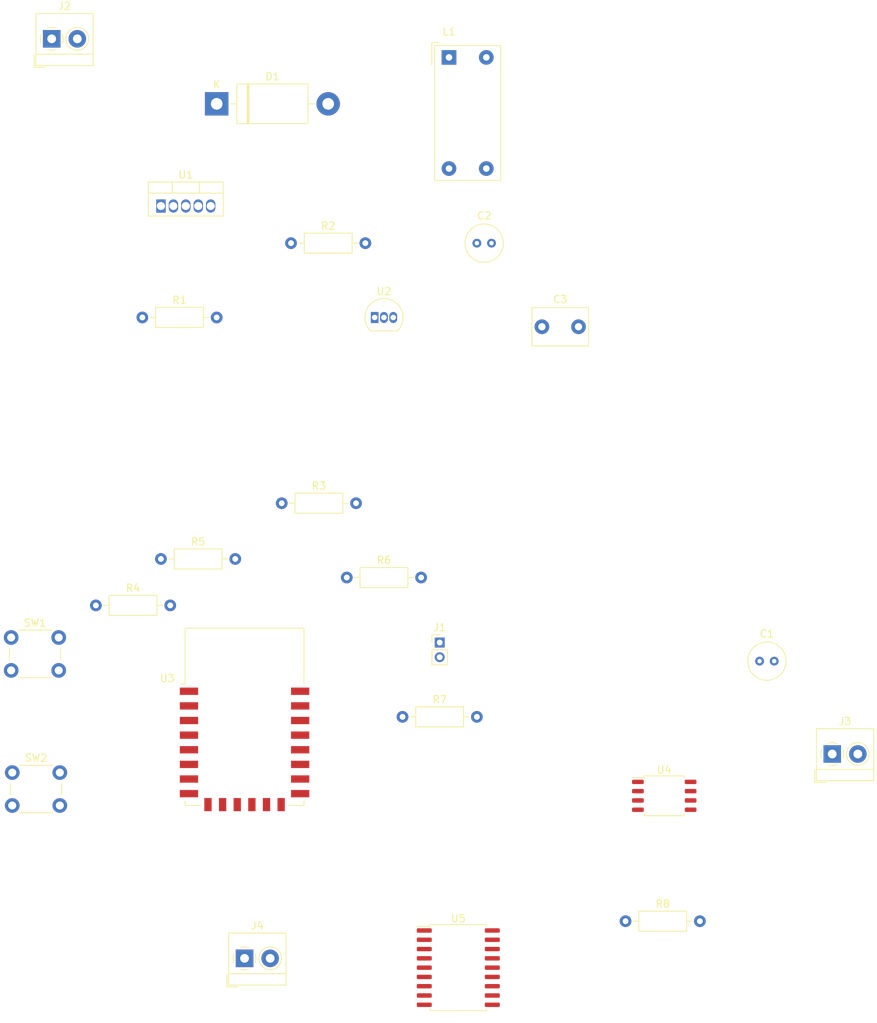
<source format=kicad_pcb>
(kicad_pcb (version 20171130) (host pcbnew 5.1.6+dfsg1-1)

  (general
    (thickness 1.6)
    (drawings 0)
    (tracks 0)
    (zones 0)
    (modules 24)
    (nets 41)
  )

  (page A4)
  (layers
    (0 F.Cu signal)
    (31 B.Cu signal)
    (32 B.Adhes user)
    (33 F.Adhes user)
    (34 B.Paste user)
    (35 F.Paste user)
    (36 B.SilkS user)
    (37 F.SilkS user)
    (38 B.Mask user)
    (39 F.Mask user)
    (40 Dwgs.User user)
    (41 Cmts.User user)
    (42 Eco1.User user)
    (43 Eco2.User user)
    (44 Edge.Cuts user)
    (45 Margin user)
    (46 B.CrtYd user)
    (47 F.CrtYd user)
    (48 B.Fab user)
    (49 F.Fab user)
  )

  (setup
    (last_trace_width 0.25)
    (trace_clearance 0.2)
    (zone_clearance 0.508)
    (zone_45_only no)
    (trace_min 0.2)
    (via_size 0.8)
    (via_drill 0.4)
    (via_min_size 0.4)
    (via_min_drill 0.3)
    (uvia_size 0.3)
    (uvia_drill 0.1)
    (uvias_allowed no)
    (uvia_min_size 0.2)
    (uvia_min_drill 0.1)
    (edge_width 0.05)
    (segment_width 0.2)
    (pcb_text_width 0.3)
    (pcb_text_size 1.5 1.5)
    (mod_edge_width 0.12)
    (mod_text_size 1 1)
    (mod_text_width 0.15)
    (pad_size 1.524 1.524)
    (pad_drill 0.762)
    (pad_to_mask_clearance 0.05)
    (aux_axis_origin 0 0)
    (visible_elements FFFFFF7F)
    (pcbplotparams
      (layerselection 0x010fc_ffffffff)
      (usegerberextensions false)
      (usegerberattributes true)
      (usegerberadvancedattributes true)
      (creategerberjobfile true)
      (excludeedgelayer true)
      (linewidth 0.100000)
      (plotframeref false)
      (viasonmask false)
      (mode 1)
      (useauxorigin false)
      (hpglpennumber 1)
      (hpglpenspeed 20)
      (hpglpendiameter 15.000000)
      (psnegative false)
      (psa4output false)
      (plotreference true)
      (plotvalue true)
      (plotinvisibletext false)
      (padsonsilk false)
      (subtractmaskfromsilk false)
      (outputformat 1)
      (mirror false)
      (drillshape 1)
      (scaleselection 1)
      (outputdirectory ""))
  )

  (net 0 "")
  (net 1 -BATT)
  (net 2 +BATT)
  (net 3 +5V)
  (net 4 +3V3)
  (net 5 "Net-(D1-Pad1)")
  (net 6 /TXD)
  (net 7 /RXD)
  (net 8 "Net-(J3-Pad2)")
  (net 9 "Net-(J3-Pad1)")
  (net 10 "Net-(J4-Pad2)")
  (net 11 "Net-(J4-Pad1)")
  (net 12 "Net-(R1-Pad1)")
  (net 13 "Net-(R3-Pad2)")
  (net 14 "Net-(R4-Pad2)")
  (net 15 "Net-(R5-Pad2)")
  (net 16 "Net-(R6-Pad2)")
  (net 17 "Net-(R7-Pad1)")
  (net 18 "Net-(R8-Pad1)")
  (net 19 "Net-(U3-Pad20)")
  (net 20 "Net-(U3-Pad19)")
  (net 21 /SCK)
  (net 22 /SI)
  (net 23 "Net-(U3-Pad12)")
  (net 24 "Net-(U3-Pad11)")
  (net 25 /SO)
  (net 26 /CS)
  (net 27 "Net-(U3-Pad7)")
  (net 28 "Net-(U3-Pad5)")
  (net 29 "Net-(U3-Pad4)")
  (net 30 "Net-(U3-Pad2)")
  (net 31 "Net-(U5-Pad17)")
  (net 32 "Net-(U5-Pad12)")
  (net 33 "Net-(U5-Pad11)")
  (net 34 "Net-(U5-Pad10)")
  (net 35 "Net-(U5-Pad8)")
  (net 36 "Net-(U5-Pad7)")
  (net 37 "Net-(U5-Pad6)")
  (net 38 "Net-(U5-Pad5)")
  (net 39 "Net-(U5-Pad4)")
  (net 40 "Net-(U5-Pad3)")

  (net_class Default "This is the default net class."
    (clearance 0.2)
    (trace_width 0.25)
    (via_dia 0.8)
    (via_drill 0.4)
    (uvia_dia 0.3)
    (uvia_drill 0.1)
    (add_net +3V3)
    (add_net +5V)
    (add_net +BATT)
    (add_net -BATT)
    (add_net /CS)
    (add_net /RXD)
    (add_net /SCK)
    (add_net /SI)
    (add_net /SO)
    (add_net /TXD)
    (add_net "Net-(D1-Pad1)")
    (add_net "Net-(J3-Pad1)")
    (add_net "Net-(J3-Pad2)")
    (add_net "Net-(J4-Pad1)")
    (add_net "Net-(J4-Pad2)")
    (add_net "Net-(R1-Pad1)")
    (add_net "Net-(R3-Pad2)")
    (add_net "Net-(R4-Pad2)")
    (add_net "Net-(R5-Pad2)")
    (add_net "Net-(R6-Pad2)")
    (add_net "Net-(R7-Pad1)")
    (add_net "Net-(R8-Pad1)")
    (add_net "Net-(U3-Pad11)")
    (add_net "Net-(U3-Pad12)")
    (add_net "Net-(U3-Pad19)")
    (add_net "Net-(U3-Pad2)")
    (add_net "Net-(U3-Pad20)")
    (add_net "Net-(U3-Pad4)")
    (add_net "Net-(U3-Pad5)")
    (add_net "Net-(U3-Pad7)")
    (add_net "Net-(U5-Pad10)")
    (add_net "Net-(U5-Pad11)")
    (add_net "Net-(U5-Pad12)")
    (add_net "Net-(U5-Pad17)")
    (add_net "Net-(U5-Pad3)")
    (add_net "Net-(U5-Pad4)")
    (add_net "Net-(U5-Pad5)")
    (add_net "Net-(U5-Pad6)")
    (add_net "Net-(U5-Pad7)")
    (add_net "Net-(U5-Pad8)")
  )

  (module Package_SO:SOIC-18W_7.5x11.6mm_P1.27mm (layer F.Cu) (tedit 5D9F72B1) (tstamp 6004AD15)
    (at 115.57 168.91)
    (descr "SOIC, 18 Pin (JEDEC MS-013AB, https://www.analog.com/media/en/package-pcb-resources/package/33254132129439rw_18.pdf), generated with kicad-footprint-generator ipc_gullwing_generator.py")
    (tags "SOIC SO")
    (path /600F5CB4)
    (attr smd)
    (fp_text reference U5 (at 0 -6.72) (layer F.SilkS)
      (effects (font (size 1 1) (thickness 0.15)))
    )
    (fp_text value MCP2515-xSO (at 0 6.72) (layer F.Fab)
      (effects (font (size 1 1) (thickness 0.15)))
    )
    (fp_text user %R (at 2.72 -1.15) (layer F.Fab)
      (effects (font (size 1 1) (thickness 0.15)))
    )
    (fp_line (start 0 5.885) (end 3.86 5.885) (layer F.SilkS) (width 0.12))
    (fp_line (start 3.86 5.885) (end 3.86 5.64) (layer F.SilkS) (width 0.12))
    (fp_line (start 0 5.885) (end -3.86 5.885) (layer F.SilkS) (width 0.12))
    (fp_line (start -3.86 5.885) (end -3.86 5.64) (layer F.SilkS) (width 0.12))
    (fp_line (start 0 -5.885) (end 3.86 -5.885) (layer F.SilkS) (width 0.12))
    (fp_line (start 3.86 -5.885) (end 3.86 -5.64) (layer F.SilkS) (width 0.12))
    (fp_line (start 0 -5.885) (end -3.86 -5.885) (layer F.SilkS) (width 0.12))
    (fp_line (start -3.86 -5.885) (end -3.86 -5.64) (layer F.SilkS) (width 0.12))
    (fp_line (start -3.86 -5.64) (end -5.675 -5.64) (layer F.SilkS) (width 0.12))
    (fp_line (start -2.75 -5.775) (end 3.75 -5.775) (layer F.Fab) (width 0.1))
    (fp_line (start 3.75 -5.775) (end 3.75 5.775) (layer F.Fab) (width 0.1))
    (fp_line (start 3.75 5.775) (end -3.75 5.775) (layer F.Fab) (width 0.1))
    (fp_line (start -3.75 5.775) (end -3.75 -4.775) (layer F.Fab) (width 0.1))
    (fp_line (start -3.75 -4.775) (end -2.75 -5.775) (layer F.Fab) (width 0.1))
    (fp_line (start -5.93 -6.02) (end -5.93 6.02) (layer F.CrtYd) (width 0.05))
    (fp_line (start -5.93 6.02) (end 5.93 6.02) (layer F.CrtYd) (width 0.05))
    (fp_line (start 5.93 6.02) (end 5.93 -6.02) (layer F.CrtYd) (width 0.05))
    (fp_line (start 5.93 -6.02) (end -5.93 -6.02) (layer F.CrtYd) (width 0.05))
    (pad 18 smd roundrect (at 4.65 -5.08) (size 2.05 0.6) (layers F.Cu F.Paste F.Mask) (roundrect_rratio 0.25)
      (net 4 +3V3))
    (pad 17 smd roundrect (at 4.65 -3.81) (size 2.05 0.6) (layers F.Cu F.Paste F.Mask) (roundrect_rratio 0.25)
      (net 31 "Net-(U5-Pad17)"))
    (pad 16 smd roundrect (at 4.65 -2.54) (size 2.05 0.6) (layers F.Cu F.Paste F.Mask) (roundrect_rratio 0.25)
      (net 26 /CS))
    (pad 15 smd roundrect (at 4.65 -1.27) (size 2.05 0.6) (layers F.Cu F.Paste F.Mask) (roundrect_rratio 0.25)
      (net 25 /SO))
    (pad 14 smd roundrect (at 4.65 0) (size 2.05 0.6) (layers F.Cu F.Paste F.Mask) (roundrect_rratio 0.25)
      (net 22 /SI))
    (pad 13 smd roundrect (at 4.65 1.27) (size 2.05 0.6) (layers F.Cu F.Paste F.Mask) (roundrect_rratio 0.25)
      (net 21 /SCK))
    (pad 12 smd roundrect (at 4.65 2.54) (size 2.05 0.6) (layers F.Cu F.Paste F.Mask) (roundrect_rratio 0.25)
      (net 32 "Net-(U5-Pad12)"))
    (pad 11 smd roundrect (at 4.65 3.81) (size 2.05 0.6) (layers F.Cu F.Paste F.Mask) (roundrect_rratio 0.25)
      (net 33 "Net-(U5-Pad11)"))
    (pad 10 smd roundrect (at 4.65 5.08) (size 2.05 0.6) (layers F.Cu F.Paste F.Mask) (roundrect_rratio 0.25)
      (net 34 "Net-(U5-Pad10)"))
    (pad 9 smd roundrect (at -4.65 5.08) (size 2.05 0.6) (layers F.Cu F.Paste F.Mask) (roundrect_rratio 0.25)
      (net 4 +3V3))
    (pad 8 smd roundrect (at -4.65 3.81) (size 2.05 0.6) (layers F.Cu F.Paste F.Mask) (roundrect_rratio 0.25)
      (net 35 "Net-(U5-Pad8)"))
    (pad 7 smd roundrect (at -4.65 2.54) (size 2.05 0.6) (layers F.Cu F.Paste F.Mask) (roundrect_rratio 0.25)
      (net 36 "Net-(U5-Pad7)"))
    (pad 6 smd roundrect (at -4.65 1.27) (size 2.05 0.6) (layers F.Cu F.Paste F.Mask) (roundrect_rratio 0.25)
      (net 37 "Net-(U5-Pad6)"))
    (pad 5 smd roundrect (at -4.65 0) (size 2.05 0.6) (layers F.Cu F.Paste F.Mask) (roundrect_rratio 0.25)
      (net 38 "Net-(U5-Pad5)"))
    (pad 4 smd roundrect (at -4.65 -1.27) (size 2.05 0.6) (layers F.Cu F.Paste F.Mask) (roundrect_rratio 0.25)
      (net 39 "Net-(U5-Pad4)"))
    (pad 3 smd roundrect (at -4.65 -2.54) (size 2.05 0.6) (layers F.Cu F.Paste F.Mask) (roundrect_rratio 0.25)
      (net 40 "Net-(U5-Pad3)"))
    (pad 2 smd roundrect (at -4.65 -3.81) (size 2.05 0.6) (layers F.Cu F.Paste F.Mask) (roundrect_rratio 0.25)
      (net 11 "Net-(J4-Pad1)"))
    (pad 1 smd roundrect (at -4.65 -5.08) (size 2.05 0.6) (layers F.Cu F.Paste F.Mask) (roundrect_rratio 0.25)
      (net 10 "Net-(J4-Pad2)"))
    (model ${KISYS3DMOD}/Package_SO.3dshapes/SOIC-18W_7.5x11.6mm_P1.27mm.wrl
      (at (xyz 0 0 0))
      (scale (xyz 1 1 1))
      (rotate (xyz 0 0 0))
    )
  )

  (module Package_SO:SOIC-8_5.23x5.23mm_P1.27mm (layer F.Cu) (tedit 5D9F72B1) (tstamp 6004ACEC)
    (at 143.72 145.415)
    (descr "SOIC, 8 Pin (http://www.winbond.com/resource-files/w25q32jv%20revg%2003272018%20plus.pdf#page=68), generated with kicad-footprint-generator ipc_gullwing_generator.py")
    (tags "SOIC SO")
    (path /600D8FD6)
    (attr smd)
    (fp_text reference U4 (at 0 -3.56) (layer F.SilkS)
      (effects (font (size 1 1) (thickness 0.15)))
    )
    (fp_text value MAX485E (at 0 3.56) (layer F.Fab)
      (effects (font (size 1 1) (thickness 0.15)))
    )
    (fp_text user %R (at 0 0) (layer F.Fab)
      (effects (font (size 1 1) (thickness 0.15)))
    )
    (fp_line (start 0 2.725) (end 2.725 2.725) (layer F.SilkS) (width 0.12))
    (fp_line (start 2.725 2.725) (end 2.725 2.465) (layer F.SilkS) (width 0.12))
    (fp_line (start 0 2.725) (end -2.725 2.725) (layer F.SilkS) (width 0.12))
    (fp_line (start -2.725 2.725) (end -2.725 2.465) (layer F.SilkS) (width 0.12))
    (fp_line (start 0 -2.725) (end 2.725 -2.725) (layer F.SilkS) (width 0.12))
    (fp_line (start 2.725 -2.725) (end 2.725 -2.465) (layer F.SilkS) (width 0.12))
    (fp_line (start 0 -2.725) (end -2.725 -2.725) (layer F.SilkS) (width 0.12))
    (fp_line (start -2.725 -2.725) (end -2.725 -2.465) (layer F.SilkS) (width 0.12))
    (fp_line (start -2.725 -2.465) (end -4.4 -2.465) (layer F.SilkS) (width 0.12))
    (fp_line (start -1.615 -2.615) (end 2.615 -2.615) (layer F.Fab) (width 0.1))
    (fp_line (start 2.615 -2.615) (end 2.615 2.615) (layer F.Fab) (width 0.1))
    (fp_line (start 2.615 2.615) (end -2.615 2.615) (layer F.Fab) (width 0.1))
    (fp_line (start -2.615 2.615) (end -2.615 -1.615) (layer F.Fab) (width 0.1))
    (fp_line (start -2.615 -1.615) (end -1.615 -2.615) (layer F.Fab) (width 0.1))
    (fp_line (start -4.65 -2.86) (end -4.65 2.86) (layer F.CrtYd) (width 0.05))
    (fp_line (start -4.65 2.86) (end 4.65 2.86) (layer F.CrtYd) (width 0.05))
    (fp_line (start 4.65 2.86) (end 4.65 -2.86) (layer F.CrtYd) (width 0.05))
    (fp_line (start 4.65 -2.86) (end -4.65 -2.86) (layer F.CrtYd) (width 0.05))
    (pad 8 smd roundrect (at 3.6 -1.905) (size 1.6 0.6) (layers F.Cu F.Paste F.Mask) (roundrect_rratio 0.25)
      (net 4 +3V3))
    (pad 7 smd roundrect (at 3.6 -0.635) (size 1.6 0.6) (layers F.Cu F.Paste F.Mask) (roundrect_rratio 0.25)
      (net 9 "Net-(J3-Pad1)"))
    (pad 6 smd roundrect (at 3.6 0.635) (size 1.6 0.6) (layers F.Cu F.Paste F.Mask) (roundrect_rratio 0.25)
      (net 8 "Net-(J3-Pad2)"))
    (pad 5 smd roundrect (at 3.6 1.905) (size 1.6 0.6) (layers F.Cu F.Paste F.Mask) (roundrect_rratio 0.25)
      (net 1 -BATT))
    (pad 4 smd roundrect (at -3.6 1.905) (size 1.6 0.6) (layers F.Cu F.Paste F.Mask) (roundrect_rratio 0.25)
      (net 27 "Net-(U3-Pad7)"))
    (pad 3 smd roundrect (at -3.6 0.635) (size 1.6 0.6) (layers F.Cu F.Paste F.Mask) (roundrect_rratio 0.25)
      (net 18 "Net-(R8-Pad1)"))
    (pad 2 smd roundrect (at -3.6 -0.635) (size 1.6 0.6) (layers F.Cu F.Paste F.Mask) (roundrect_rratio 0.25)
      (net 18 "Net-(R8-Pad1)"))
    (pad 1 smd roundrect (at -3.6 -1.905) (size 1.6 0.6) (layers F.Cu F.Paste F.Mask) (roundrect_rratio 0.25)
      (net 16 "Net-(R6-Pad2)"))
    (model ${KISYS3DMOD}/Package_SO.3dshapes/SOIC-8_5.23x5.23mm_P1.27mm.wrl
      (at (xyz 0 0 0))
      (scale (xyz 1 1 1))
      (rotate (xyz 0 0 0))
    )
  )

  (module RF_Module:ESP-12E (layer F.Cu) (tedit 5A030172) (tstamp 6004ACCD)
    (at 86.36 134.62)
    (descr "Wi-Fi Module, http://wiki.ai-thinker.com/_media/esp8266/docs/aithinker_esp_12f_datasheet_en.pdf")
    (tags "Wi-Fi Module")
    (path /60100D25)
    (attr smd)
    (fp_text reference U3 (at -10.56 -5.26) (layer F.SilkS)
      (effects (font (size 1 1) (thickness 0.15)))
    )
    (fp_text value ESP-12E (at -0.06 -12.78) (layer F.Fab)
      (effects (font (size 1 1) (thickness 0.15)))
    )
    (fp_text user %R (at 0.49 -0.8) (layer F.Fab)
      (effects (font (size 1 1) (thickness 0.15)))
    )
    (fp_text user "KEEP-OUT ZONE" (at 0.03 -9.55 180) (layer Cmts.User)
      (effects (font (size 1 1) (thickness 0.15)))
    )
    (fp_text user Antenna (at -0.06 -7 180) (layer Cmts.User)
      (effects (font (size 1 1) (thickness 0.15)))
    )
    (fp_line (start -8 -12) (end 8 -12) (layer F.Fab) (width 0.12))
    (fp_line (start 8 -12) (end 8 12) (layer F.Fab) (width 0.12))
    (fp_line (start 8 12) (end -8 12) (layer F.Fab) (width 0.12))
    (fp_line (start -8 12) (end -8 -3) (layer F.Fab) (width 0.12))
    (fp_line (start -8 -3) (end -7.5 -3.5) (layer F.Fab) (width 0.12))
    (fp_line (start -7.5 -3.5) (end -8 -4) (layer F.Fab) (width 0.12))
    (fp_line (start -8 -4) (end -8 -12) (layer F.Fab) (width 0.12))
    (fp_line (start -9.05 -12.2) (end 9.05 -12.2) (layer F.CrtYd) (width 0.05))
    (fp_line (start 9.05 -12.2) (end 9.05 13.1) (layer F.CrtYd) (width 0.05))
    (fp_line (start 9.05 13.1) (end -9.05 13.1) (layer F.CrtYd) (width 0.05))
    (fp_line (start -9.05 13.1) (end -9.05 -12.2) (layer F.CrtYd) (width 0.05))
    (fp_line (start -8.12 -12.12) (end 8.12 -12.12) (layer F.SilkS) (width 0.12))
    (fp_line (start 8.12 -12.12) (end 8.12 -4.5) (layer F.SilkS) (width 0.12))
    (fp_line (start 8.12 11.5) (end 8.12 12.12) (layer F.SilkS) (width 0.12))
    (fp_line (start 8.12 12.12) (end 6 12.12) (layer F.SilkS) (width 0.12))
    (fp_line (start -6 12.12) (end -8.12 12.12) (layer F.SilkS) (width 0.12))
    (fp_line (start -8.12 12.12) (end -8.12 11.5) (layer F.SilkS) (width 0.12))
    (fp_line (start -8.12 -4.5) (end -8.12 -12.12) (layer F.SilkS) (width 0.12))
    (fp_line (start -8.12 -4.5) (end -8.73 -4.5) (layer F.SilkS) (width 0.12))
    (fp_line (start -8.12 -12.12) (end 8.12 -12.12) (layer Dwgs.User) (width 0.12))
    (fp_line (start 8.12 -12.12) (end 8.12 -4.8) (layer Dwgs.User) (width 0.12))
    (fp_line (start 8.12 -4.8) (end -8.12 -4.8) (layer Dwgs.User) (width 0.12))
    (fp_line (start -8.12 -4.8) (end -8.12 -12.12) (layer Dwgs.User) (width 0.12))
    (fp_line (start -8.12 -9.12) (end -5.12 -12.12) (layer Dwgs.User) (width 0.12))
    (fp_line (start -8.12 -6.12) (end -2.12 -12.12) (layer Dwgs.User) (width 0.12))
    (fp_line (start -6.44 -4.8) (end 0.88 -12.12) (layer Dwgs.User) (width 0.12))
    (fp_line (start -3.44 -4.8) (end 3.88 -12.12) (layer Dwgs.User) (width 0.12))
    (fp_line (start -0.44 -4.8) (end 6.88 -12.12) (layer Dwgs.User) (width 0.12))
    (fp_line (start 2.56 -4.8) (end 8.12 -10.36) (layer Dwgs.User) (width 0.12))
    (fp_line (start 5.56 -4.8) (end 8.12 -7.36) (layer Dwgs.User) (width 0.12))
    (pad 22 smd rect (at 7.6 -3.5) (size 2.5 1) (layers F.Cu F.Paste F.Mask)
      (net 6 /TXD))
    (pad 21 smd rect (at 7.6 -1.5) (size 2.5 1) (layers F.Cu F.Paste F.Mask)
      (net 7 /RXD))
    (pad 20 smd rect (at 7.6 0.5) (size 2.5 1) (layers F.Cu F.Paste F.Mask)
      (net 19 "Net-(U3-Pad20)"))
    (pad 19 smd rect (at 7.6 2.5) (size 2.5 1) (layers F.Cu F.Paste F.Mask)
      (net 20 "Net-(U3-Pad19)"))
    (pad 18 smd rect (at 7.6 4.5) (size 2.5 1) (layers F.Cu F.Paste F.Mask)
      (net 15 "Net-(R5-Pad2)"))
    (pad 17 smd rect (at 7.6 6.5) (size 2.5 1) (layers F.Cu F.Paste F.Mask)
      (net 16 "Net-(R6-Pad2)"))
    (pad 16 smd rect (at 7.6 8.5) (size 2.5 1) (layers F.Cu F.Paste F.Mask)
      (net 17 "Net-(R7-Pad1)"))
    (pad 15 smd rect (at 7.6 10.5) (size 2.5 1) (layers F.Cu F.Paste F.Mask)
      (net 1 -BATT))
    (pad 14 smd rect (at 5 12) (size 1 1.8) (layers F.Cu F.Paste F.Mask)
      (net 21 /SCK))
    (pad 13 smd rect (at 3 12) (size 1 1.8) (layers F.Cu F.Paste F.Mask)
      (net 22 /SI))
    (pad 12 smd rect (at 1 12) (size 1 1.8) (layers F.Cu F.Paste F.Mask)
      (net 23 "Net-(U3-Pad12)"))
    (pad 11 smd rect (at -1 12) (size 1 1.8) (layers F.Cu F.Paste F.Mask)
      (net 24 "Net-(U3-Pad11)"))
    (pad 10 smd rect (at -3 12) (size 1 1.8) (layers F.Cu F.Paste F.Mask)
      (net 25 /SO))
    (pad 9 smd rect (at -5 12) (size 1 1.8) (layers F.Cu F.Paste F.Mask)
      (net 26 /CS))
    (pad 8 smd rect (at -7.6 10.5) (size 2.5 1) (layers F.Cu F.Paste F.Mask)
      (net 4 +3V3))
    (pad 7 smd rect (at -7.6 8.5) (size 2.5 1) (layers F.Cu F.Paste F.Mask)
      (net 27 "Net-(U3-Pad7)"))
    (pad 6 smd rect (at -7.6 6.5) (size 2.5 1) (layers F.Cu F.Paste F.Mask)
      (net 18 "Net-(R8-Pad1)"))
    (pad 5 smd rect (at -7.6 4.5) (size 2.5 1) (layers F.Cu F.Paste F.Mask)
      (net 28 "Net-(U3-Pad5)"))
    (pad 4 smd rect (at -7.6 2.5) (size 2.5 1) (layers F.Cu F.Paste F.Mask)
      (net 29 "Net-(U3-Pad4)"))
    (pad 3 smd rect (at -7.6 0.5) (size 2.5 1) (layers F.Cu F.Paste F.Mask)
      (net 13 "Net-(R3-Pad2)"))
    (pad 2 smd rect (at -7.6 -1.5) (size 2.5 1) (layers F.Cu F.Paste F.Mask)
      (net 30 "Net-(U3-Pad2)"))
    (pad 1 smd rect (at -7.6 -3.5) (size 2.5 1) (layers F.Cu F.Paste F.Mask)
      (net 14 "Net-(R4-Pad2)"))
    (model ${KISYS3DMOD}/RF_Module.3dshapes/ESP-12E.wrl
      (at (xyz 0 0 0))
      (scale (xyz 1 1 1))
      (rotate (xyz 0 0 0))
    )
  )

  (module Package_TO_SOT_THT:TO-92_Inline (layer F.Cu) (tedit 5A1DD157) (tstamp 6004AC92)
    (at 104.14 80.01)
    (descr "TO-92 leads in-line, narrow, oval pads, drill 0.75mm (see NXP sot054_po.pdf)")
    (tags "to-92 sc-43 sc-43a sot54 PA33 transistor")
    (path /6005D69D)
    (fp_text reference U2 (at 1.27 -3.56) (layer F.SilkS)
      (effects (font (size 1 1) (thickness 0.15)))
    )
    (fp_text value L78L33_TO92 (at 1.27 2.79) (layer F.Fab)
      (effects (font (size 1 1) (thickness 0.15)))
    )
    (fp_arc (start 1.27 0) (end 1.27 -2.6) (angle 135) (layer F.SilkS) (width 0.12))
    (fp_arc (start 1.27 0) (end 1.27 -2.48) (angle -135) (layer F.Fab) (width 0.1))
    (fp_arc (start 1.27 0) (end 1.27 -2.6) (angle -135) (layer F.SilkS) (width 0.12))
    (fp_arc (start 1.27 0) (end 1.27 -2.48) (angle 135) (layer F.Fab) (width 0.1))
    (fp_text user %R (at 1.27 -3.56) (layer F.Fab)
      (effects (font (size 1 1) (thickness 0.15)))
    )
    (fp_line (start -0.53 1.85) (end 3.07 1.85) (layer F.SilkS) (width 0.12))
    (fp_line (start -0.5 1.75) (end 3 1.75) (layer F.Fab) (width 0.1))
    (fp_line (start -1.46 -2.73) (end 4 -2.73) (layer F.CrtYd) (width 0.05))
    (fp_line (start -1.46 -2.73) (end -1.46 2.01) (layer F.CrtYd) (width 0.05))
    (fp_line (start 4 2.01) (end 4 -2.73) (layer F.CrtYd) (width 0.05))
    (fp_line (start 4 2.01) (end -1.46 2.01) (layer F.CrtYd) (width 0.05))
    (pad 1 thru_hole rect (at 0 0) (size 1.05 1.5) (drill 0.75) (layers *.Cu *.Mask)
      (net 4 +3V3))
    (pad 3 thru_hole oval (at 2.54 0) (size 1.05 1.5) (drill 0.75) (layers *.Cu *.Mask)
      (net 3 +5V))
    (pad 2 thru_hole oval (at 1.27 0) (size 1.05 1.5) (drill 0.75) (layers *.Cu *.Mask)
      (net 1 -BATT))
    (model ${KISYS3DMOD}/Package_TO_SOT_THT.3dshapes/TO-92_Inline.wrl
      (at (xyz 0 0 0))
      (scale (xyz 1 1 1))
      (rotate (xyz 0 0 0))
    )
  )

  (module Package_TO_SOT_THT:TO-220-5_Vertical (layer F.Cu) (tedit 5AD11EBF) (tstamp 6004AC80)
    (at 74.93 64.77)
    (descr "TO-220-5, Vertical, RM 1.7mm, Pentawatt, Multiwatt-5, see http://www.analog.com/media/en/package-pcb-resources/package/pkg_pdf/ltc-legacy-to-220/to-220_5_05-08-1421_straight_lead.pdf")
    (tags "TO-220-5 Vertical RM 1.7mm Pentawatt Multiwatt-5")
    (path /6002B520)
    (fp_text reference U1 (at 3.4 -4.27) (layer F.SilkS)
      (effects (font (size 1 1) (thickness 0.15)))
    )
    (fp_text value LM2576HVT-ADJ (at 3.4 2.5) (layer F.Fab)
      (effects (font (size 1 1) (thickness 0.15)))
    )
    (fp_text user %R (at 3.4 -4.27) (layer F.Fab)
      (effects (font (size 1 1) (thickness 0.15)))
    )
    (fp_line (start -1.6 -3.15) (end -1.6 1.25) (layer F.Fab) (width 0.1))
    (fp_line (start -1.6 1.25) (end 8.4 1.25) (layer F.Fab) (width 0.1))
    (fp_line (start 8.4 1.25) (end 8.4 -3.15) (layer F.Fab) (width 0.1))
    (fp_line (start 8.4 -3.15) (end -1.6 -3.15) (layer F.Fab) (width 0.1))
    (fp_line (start -1.6 -1.88) (end 8.4 -1.88) (layer F.Fab) (width 0.1))
    (fp_line (start 1.55 -3.15) (end 1.55 -1.88) (layer F.Fab) (width 0.1))
    (fp_line (start 5.25 -3.15) (end 5.25 -1.88) (layer F.Fab) (width 0.1))
    (fp_line (start -1.721 -3.27) (end 8.52 -3.27) (layer F.SilkS) (width 0.12))
    (fp_line (start -1.721 1.371) (end 8.52 1.371) (layer F.SilkS) (width 0.12))
    (fp_line (start -1.721 -3.27) (end -1.721 1.371) (layer F.SilkS) (width 0.12))
    (fp_line (start 8.52 -3.27) (end 8.52 1.371) (layer F.SilkS) (width 0.12))
    (fp_line (start -1.721 -1.76) (end 8.52 -1.76) (layer F.SilkS) (width 0.12))
    (fp_line (start 1.55 -3.27) (end 1.55 -1.76) (layer F.SilkS) (width 0.12))
    (fp_line (start 5.25 -3.27) (end 5.25 -1.76) (layer F.SilkS) (width 0.12))
    (fp_line (start -1.85 -3.4) (end -1.85 1.51) (layer F.CrtYd) (width 0.05))
    (fp_line (start -1.85 1.51) (end 8.65 1.51) (layer F.CrtYd) (width 0.05))
    (fp_line (start 8.65 1.51) (end 8.65 -3.4) (layer F.CrtYd) (width 0.05))
    (fp_line (start 8.65 -3.4) (end -1.85 -3.4) (layer F.CrtYd) (width 0.05))
    (pad 5 thru_hole oval (at 6.8 0) (size 1.275 1.8) (drill 1.1) (layers *.Cu *.Mask)
      (net 1 -BATT))
    (pad 4 thru_hole oval (at 5.1 0) (size 1.275 1.8) (drill 1.1) (layers *.Cu *.Mask)
      (net 12 "Net-(R1-Pad1)"))
    (pad 3 thru_hole oval (at 3.4 0) (size 1.275 1.8) (drill 1.1) (layers *.Cu *.Mask)
      (net 1 -BATT))
    (pad 2 thru_hole oval (at 1.7 0) (size 1.275 1.8) (drill 1.1) (layers *.Cu *.Mask)
      (net 5 "Net-(D1-Pad1)"))
    (pad 1 thru_hole rect (at 0 0) (size 1.275 1.8) (drill 1.1) (layers *.Cu *.Mask)
      (net 2 +BATT))
    (model ${KISYS3DMOD}/Package_TO_SOT_THT.3dshapes/TO-220-5_Vertical.wrl
      (at (xyz 0 0 0))
      (scale (xyz 1 1 1))
      (rotate (xyz 0 0 0))
    )
  )

  (module Button_Switch_THT:SW_PUSH_6mm_H5mm (layer F.Cu) (tedit 5A02FE31) (tstamp 6004AC64)
    (at 54.61 142.24)
    (descr "tactile push button, 6x6mm e.g. PHAP33xx series, height=5mm")
    (tags "tact sw push 6mm")
    (path /600A3270)
    (fp_text reference SW2 (at 3.25 -2) (layer F.SilkS)
      (effects (font (size 1 1) (thickness 0.15)))
    )
    (fp_text value Programm (at 3.75 6.7) (layer F.Fab)
      (effects (font (size 1 1) (thickness 0.15)))
    )
    (fp_text user %R (at 3.25 2.25) (layer F.Fab)
      (effects (font (size 1 1) (thickness 0.15)))
    )
    (fp_line (start 3.25 -0.75) (end 6.25 -0.75) (layer F.Fab) (width 0.1))
    (fp_line (start 6.25 -0.75) (end 6.25 5.25) (layer F.Fab) (width 0.1))
    (fp_line (start 6.25 5.25) (end 0.25 5.25) (layer F.Fab) (width 0.1))
    (fp_line (start 0.25 5.25) (end 0.25 -0.75) (layer F.Fab) (width 0.1))
    (fp_line (start 0.25 -0.75) (end 3.25 -0.75) (layer F.Fab) (width 0.1))
    (fp_line (start 7.75 6) (end 8 6) (layer F.CrtYd) (width 0.05))
    (fp_line (start 8 6) (end 8 5.75) (layer F.CrtYd) (width 0.05))
    (fp_line (start 7.75 -1.5) (end 8 -1.5) (layer F.CrtYd) (width 0.05))
    (fp_line (start 8 -1.5) (end 8 -1.25) (layer F.CrtYd) (width 0.05))
    (fp_line (start -1.5 -1.25) (end -1.5 -1.5) (layer F.CrtYd) (width 0.05))
    (fp_line (start -1.5 -1.5) (end -1.25 -1.5) (layer F.CrtYd) (width 0.05))
    (fp_line (start -1.5 5.75) (end -1.5 6) (layer F.CrtYd) (width 0.05))
    (fp_line (start -1.5 6) (end -1.25 6) (layer F.CrtYd) (width 0.05))
    (fp_line (start -1.25 -1.5) (end 7.75 -1.5) (layer F.CrtYd) (width 0.05))
    (fp_line (start -1.5 5.75) (end -1.5 -1.25) (layer F.CrtYd) (width 0.05))
    (fp_line (start 7.75 6) (end -1.25 6) (layer F.CrtYd) (width 0.05))
    (fp_line (start 8 -1.25) (end 8 5.75) (layer F.CrtYd) (width 0.05))
    (fp_line (start 1 5.5) (end 5.5 5.5) (layer F.SilkS) (width 0.12))
    (fp_line (start -0.25 1.5) (end -0.25 3) (layer F.SilkS) (width 0.12))
    (fp_line (start 5.5 -1) (end 1 -1) (layer F.SilkS) (width 0.12))
    (fp_line (start 6.75 3) (end 6.75 1.5) (layer F.SilkS) (width 0.12))
    (fp_circle (center 3.25 2.25) (end 1.25 2.5) (layer F.Fab) (width 0.1))
    (pad 1 thru_hole circle (at 6.5 0 90) (size 2 2) (drill 1.1) (layers *.Cu *.Mask)
      (net 1 -BATT))
    (pad 2 thru_hole circle (at 6.5 4.5 90) (size 2 2) (drill 1.1) (layers *.Cu *.Mask)
      (net 1 -BATT))
    (pad 1 thru_hole circle (at 0 0 90) (size 2 2) (drill 1.1) (layers *.Cu *.Mask)
      (net 1 -BATT))
    (pad 2 thru_hole circle (at 0 4.5 90) (size 2 2) (drill 1.1) (layers *.Cu *.Mask)
      (net 1 -BATT))
    (model ${KISYS3DMOD}/Button_Switch_THT.3dshapes/SW_PUSH_6mm_H5mm.wrl
      (at (xyz 0 0 0))
      (scale (xyz 1 1 1))
      (rotate (xyz 0 0 0))
    )
  )

  (module Button_Switch_THT:SW_PUSH_6mm_H5mm (layer F.Cu) (tedit 5A02FE31) (tstamp 6004AC45)
    (at 54.46 123.77)
    (descr "tactile push button, 6x6mm e.g. PHAP33xx series, height=5mm")
    (tags "tact sw push 6mm")
    (path /600800FB)
    (fp_text reference SW1 (at 3.25 -2) (layer F.SilkS)
      (effects (font (size 1 1) (thickness 0.15)))
    )
    (fp_text value Reset (at 3.75 6.7) (layer F.Fab)
      (effects (font (size 1 1) (thickness 0.15)))
    )
    (fp_text user %R (at 3.25 2.25) (layer F.Fab)
      (effects (font (size 1 1) (thickness 0.15)))
    )
    (fp_line (start 3.25 -0.75) (end 6.25 -0.75) (layer F.Fab) (width 0.1))
    (fp_line (start 6.25 -0.75) (end 6.25 5.25) (layer F.Fab) (width 0.1))
    (fp_line (start 6.25 5.25) (end 0.25 5.25) (layer F.Fab) (width 0.1))
    (fp_line (start 0.25 5.25) (end 0.25 -0.75) (layer F.Fab) (width 0.1))
    (fp_line (start 0.25 -0.75) (end 3.25 -0.75) (layer F.Fab) (width 0.1))
    (fp_line (start 7.75 6) (end 8 6) (layer F.CrtYd) (width 0.05))
    (fp_line (start 8 6) (end 8 5.75) (layer F.CrtYd) (width 0.05))
    (fp_line (start 7.75 -1.5) (end 8 -1.5) (layer F.CrtYd) (width 0.05))
    (fp_line (start 8 -1.5) (end 8 -1.25) (layer F.CrtYd) (width 0.05))
    (fp_line (start -1.5 -1.25) (end -1.5 -1.5) (layer F.CrtYd) (width 0.05))
    (fp_line (start -1.5 -1.5) (end -1.25 -1.5) (layer F.CrtYd) (width 0.05))
    (fp_line (start -1.5 5.75) (end -1.5 6) (layer F.CrtYd) (width 0.05))
    (fp_line (start -1.5 6) (end -1.25 6) (layer F.CrtYd) (width 0.05))
    (fp_line (start -1.25 -1.5) (end 7.75 -1.5) (layer F.CrtYd) (width 0.05))
    (fp_line (start -1.5 5.75) (end -1.5 -1.25) (layer F.CrtYd) (width 0.05))
    (fp_line (start 7.75 6) (end -1.25 6) (layer F.CrtYd) (width 0.05))
    (fp_line (start 8 -1.25) (end 8 5.75) (layer F.CrtYd) (width 0.05))
    (fp_line (start 1 5.5) (end 5.5 5.5) (layer F.SilkS) (width 0.12))
    (fp_line (start -0.25 1.5) (end -0.25 3) (layer F.SilkS) (width 0.12))
    (fp_line (start 5.5 -1) (end 1 -1) (layer F.SilkS) (width 0.12))
    (fp_line (start 6.75 3) (end 6.75 1.5) (layer F.SilkS) (width 0.12))
    (fp_circle (center 3.25 2.25) (end 1.25 2.5) (layer F.Fab) (width 0.1))
    (pad 1 thru_hole circle (at 6.5 0 90) (size 2 2) (drill 1.1) (layers *.Cu *.Mask)
      (net 1 -BATT))
    (pad 2 thru_hole circle (at 6.5 4.5 90) (size 2 2) (drill 1.1) (layers *.Cu *.Mask)
      (net 1 -BATT))
    (pad 1 thru_hole circle (at 0 0 90) (size 2 2) (drill 1.1) (layers *.Cu *.Mask)
      (net 1 -BATT))
    (pad 2 thru_hole circle (at 0 4.5 90) (size 2 2) (drill 1.1) (layers *.Cu *.Mask)
      (net 1 -BATT))
    (model ${KISYS3DMOD}/Button_Switch_THT.3dshapes/SW_PUSH_6mm_H5mm.wrl
      (at (xyz 0 0 0))
      (scale (xyz 1 1 1))
      (rotate (xyz 0 0 0))
    )
  )

  (module Resistor_THT:R_Axial_DIN0207_L6.3mm_D2.5mm_P10.16mm_Horizontal (layer F.Cu) (tedit 5AE5139B) (tstamp 6004AC26)
    (at 138.43 162.56)
    (descr "Resistor, Axial_DIN0207 series, Axial, Horizontal, pin pitch=10.16mm, 0.25W = 1/4W, length*diameter=6.3*2.5mm^2, http://cdn-reichelt.de/documents/datenblatt/B400/1_4W%23YAG.pdf")
    (tags "Resistor Axial_DIN0207 series Axial Horizontal pin pitch 10.16mm 0.25W = 1/4W length 6.3mm diameter 2.5mm")
    (path /600E6B7D)
    (fp_text reference R8 (at 5.08 -2.37) (layer F.SilkS)
      (effects (font (size 1 1) (thickness 0.15)))
    )
    (fp_text value 10k (at 5.08 2.37) (layer F.Fab)
      (effects (font (size 1 1) (thickness 0.15)))
    )
    (fp_text user %R (at 5.08 0) (layer F.Fab)
      (effects (font (size 1 1) (thickness 0.15)))
    )
    (fp_line (start 1.93 -1.25) (end 1.93 1.25) (layer F.Fab) (width 0.1))
    (fp_line (start 1.93 1.25) (end 8.23 1.25) (layer F.Fab) (width 0.1))
    (fp_line (start 8.23 1.25) (end 8.23 -1.25) (layer F.Fab) (width 0.1))
    (fp_line (start 8.23 -1.25) (end 1.93 -1.25) (layer F.Fab) (width 0.1))
    (fp_line (start 0 0) (end 1.93 0) (layer F.Fab) (width 0.1))
    (fp_line (start 10.16 0) (end 8.23 0) (layer F.Fab) (width 0.1))
    (fp_line (start 1.81 -1.37) (end 1.81 1.37) (layer F.SilkS) (width 0.12))
    (fp_line (start 1.81 1.37) (end 8.35 1.37) (layer F.SilkS) (width 0.12))
    (fp_line (start 8.35 1.37) (end 8.35 -1.37) (layer F.SilkS) (width 0.12))
    (fp_line (start 8.35 -1.37) (end 1.81 -1.37) (layer F.SilkS) (width 0.12))
    (fp_line (start 1.04 0) (end 1.81 0) (layer F.SilkS) (width 0.12))
    (fp_line (start 9.12 0) (end 8.35 0) (layer F.SilkS) (width 0.12))
    (fp_line (start -1.05 -1.5) (end -1.05 1.5) (layer F.CrtYd) (width 0.05))
    (fp_line (start -1.05 1.5) (end 11.21 1.5) (layer F.CrtYd) (width 0.05))
    (fp_line (start 11.21 1.5) (end 11.21 -1.5) (layer F.CrtYd) (width 0.05))
    (fp_line (start 11.21 -1.5) (end -1.05 -1.5) (layer F.CrtYd) (width 0.05))
    (pad 2 thru_hole oval (at 10.16 0) (size 1.6 1.6) (drill 0.8) (layers *.Cu *.Mask)
      (net 1 -BATT))
    (pad 1 thru_hole circle (at 0 0) (size 1.6 1.6) (drill 0.8) (layers *.Cu *.Mask)
      (net 18 "Net-(R8-Pad1)"))
    (model ${KISYS3DMOD}/Resistor_THT.3dshapes/R_Axial_DIN0207_L6.3mm_D2.5mm_P10.16mm_Horizontal.wrl
      (at (xyz 0 0 0))
      (scale (xyz 1 1 1))
      (rotate (xyz 0 0 0))
    )
  )

  (module Resistor_THT:R_Axial_DIN0207_L6.3mm_D2.5mm_P10.16mm_Horizontal (layer F.Cu) (tedit 5AE5139B) (tstamp 6004AC0F)
    (at 107.95 134.62)
    (descr "Resistor, Axial_DIN0207 series, Axial, Horizontal, pin pitch=10.16mm, 0.25W = 1/4W, length*diameter=6.3*2.5mm^2, http://cdn-reichelt.de/documents/datenblatt/B400/1_4W%23YAG.pdf")
    (tags "Resistor Axial_DIN0207 series Axial Horizontal pin pitch 10.16mm 0.25W = 1/4W length 6.3mm diameter 2.5mm")
    (path /60084907)
    (fp_text reference R7 (at 5.08 -2.37) (layer F.SilkS)
      (effects (font (size 1 1) (thickness 0.15)))
    )
    (fp_text value 10k (at 5.08 2.37) (layer F.Fab)
      (effects (font (size 1 1) (thickness 0.15)))
    )
    (fp_text user %R (at 5.08 0) (layer F.Fab)
      (effects (font (size 1 1) (thickness 0.15)))
    )
    (fp_line (start 1.93 -1.25) (end 1.93 1.25) (layer F.Fab) (width 0.1))
    (fp_line (start 1.93 1.25) (end 8.23 1.25) (layer F.Fab) (width 0.1))
    (fp_line (start 8.23 1.25) (end 8.23 -1.25) (layer F.Fab) (width 0.1))
    (fp_line (start 8.23 -1.25) (end 1.93 -1.25) (layer F.Fab) (width 0.1))
    (fp_line (start 0 0) (end 1.93 0) (layer F.Fab) (width 0.1))
    (fp_line (start 10.16 0) (end 8.23 0) (layer F.Fab) (width 0.1))
    (fp_line (start 1.81 -1.37) (end 1.81 1.37) (layer F.SilkS) (width 0.12))
    (fp_line (start 1.81 1.37) (end 8.35 1.37) (layer F.SilkS) (width 0.12))
    (fp_line (start 8.35 1.37) (end 8.35 -1.37) (layer F.SilkS) (width 0.12))
    (fp_line (start 8.35 -1.37) (end 1.81 -1.37) (layer F.SilkS) (width 0.12))
    (fp_line (start 1.04 0) (end 1.81 0) (layer F.SilkS) (width 0.12))
    (fp_line (start 9.12 0) (end 8.35 0) (layer F.SilkS) (width 0.12))
    (fp_line (start -1.05 -1.5) (end -1.05 1.5) (layer F.CrtYd) (width 0.05))
    (fp_line (start -1.05 1.5) (end 11.21 1.5) (layer F.CrtYd) (width 0.05))
    (fp_line (start 11.21 1.5) (end 11.21 -1.5) (layer F.CrtYd) (width 0.05))
    (fp_line (start 11.21 -1.5) (end -1.05 -1.5) (layer F.CrtYd) (width 0.05))
    (pad 2 thru_hole oval (at 10.16 0) (size 1.6 1.6) (drill 0.8) (layers *.Cu *.Mask)
      (net 1 -BATT))
    (pad 1 thru_hole circle (at 0 0) (size 1.6 1.6) (drill 0.8) (layers *.Cu *.Mask)
      (net 17 "Net-(R7-Pad1)"))
    (model ${KISYS3DMOD}/Resistor_THT.3dshapes/R_Axial_DIN0207_L6.3mm_D2.5mm_P10.16mm_Horizontal.wrl
      (at (xyz 0 0 0))
      (scale (xyz 1 1 1))
      (rotate (xyz 0 0 0))
    )
  )

  (module Resistor_THT:R_Axial_DIN0207_L6.3mm_D2.5mm_P10.16mm_Horizontal (layer F.Cu) (tedit 5AE5139B) (tstamp 6004ABF8)
    (at 100.33 115.57)
    (descr "Resistor, Axial_DIN0207 series, Axial, Horizontal, pin pitch=10.16mm, 0.25W = 1/4W, length*diameter=6.3*2.5mm^2, http://cdn-reichelt.de/documents/datenblatt/B400/1_4W%23YAG.pdf")
    (tags "Resistor Axial_DIN0207 series Axial Horizontal pin pitch 10.16mm 0.25W = 1/4W length 6.3mm diameter 2.5mm")
    (path /6008F84A)
    (fp_text reference R6 (at 5.08 -2.37) (layer F.SilkS)
      (effects (font (size 1 1) (thickness 0.15)))
    )
    (fp_text value 10k (at 5.08 2.37) (layer F.Fab)
      (effects (font (size 1 1) (thickness 0.15)))
    )
    (fp_text user %R (at 5.08 0) (layer F.Fab)
      (effects (font (size 1 1) (thickness 0.15)))
    )
    (fp_line (start 1.93 -1.25) (end 1.93 1.25) (layer F.Fab) (width 0.1))
    (fp_line (start 1.93 1.25) (end 8.23 1.25) (layer F.Fab) (width 0.1))
    (fp_line (start 8.23 1.25) (end 8.23 -1.25) (layer F.Fab) (width 0.1))
    (fp_line (start 8.23 -1.25) (end 1.93 -1.25) (layer F.Fab) (width 0.1))
    (fp_line (start 0 0) (end 1.93 0) (layer F.Fab) (width 0.1))
    (fp_line (start 10.16 0) (end 8.23 0) (layer F.Fab) (width 0.1))
    (fp_line (start 1.81 -1.37) (end 1.81 1.37) (layer F.SilkS) (width 0.12))
    (fp_line (start 1.81 1.37) (end 8.35 1.37) (layer F.SilkS) (width 0.12))
    (fp_line (start 8.35 1.37) (end 8.35 -1.37) (layer F.SilkS) (width 0.12))
    (fp_line (start 8.35 -1.37) (end 1.81 -1.37) (layer F.SilkS) (width 0.12))
    (fp_line (start 1.04 0) (end 1.81 0) (layer F.SilkS) (width 0.12))
    (fp_line (start 9.12 0) (end 8.35 0) (layer F.SilkS) (width 0.12))
    (fp_line (start -1.05 -1.5) (end -1.05 1.5) (layer F.CrtYd) (width 0.05))
    (fp_line (start -1.05 1.5) (end 11.21 1.5) (layer F.CrtYd) (width 0.05))
    (fp_line (start 11.21 1.5) (end 11.21 -1.5) (layer F.CrtYd) (width 0.05))
    (fp_line (start 11.21 -1.5) (end -1.05 -1.5) (layer F.CrtYd) (width 0.05))
    (pad 2 thru_hole oval (at 10.16 0) (size 1.6 1.6) (drill 0.8) (layers *.Cu *.Mask)
      (net 16 "Net-(R6-Pad2)"))
    (pad 1 thru_hole circle (at 0 0) (size 1.6 1.6) (drill 0.8) (layers *.Cu *.Mask)
      (net 4 +3V3))
    (model ${KISYS3DMOD}/Resistor_THT.3dshapes/R_Axial_DIN0207_L6.3mm_D2.5mm_P10.16mm_Horizontal.wrl
      (at (xyz 0 0 0))
      (scale (xyz 1 1 1))
      (rotate (xyz 0 0 0))
    )
  )

  (module Resistor_THT:R_Axial_DIN0207_L6.3mm_D2.5mm_P10.16mm_Horizontal (layer F.Cu) (tedit 5AE5139B) (tstamp 6004ABE1)
    (at 74.93 113.03)
    (descr "Resistor, Axial_DIN0207 series, Axial, Horizontal, pin pitch=10.16mm, 0.25W = 1/4W, length*diameter=6.3*2.5mm^2, http://cdn-reichelt.de/documents/datenblatt/B400/1_4W%23YAG.pdf")
    (tags "Resistor Axial_DIN0207 series Axial Horizontal pin pitch 10.16mm 0.25W = 1/4W length 6.3mm diameter 2.5mm")
    (path /600A07AF)
    (fp_text reference R5 (at 5.08 -2.37) (layer F.SilkS)
      (effects (font (size 1 1) (thickness 0.15)))
    )
    (fp_text value 10k (at 5.08 2.37) (layer F.Fab)
      (effects (font (size 1 1) (thickness 0.15)))
    )
    (fp_text user %R (at 5.08 0) (layer F.Fab)
      (effects (font (size 1 1) (thickness 0.15)))
    )
    (fp_line (start 1.93 -1.25) (end 1.93 1.25) (layer F.Fab) (width 0.1))
    (fp_line (start 1.93 1.25) (end 8.23 1.25) (layer F.Fab) (width 0.1))
    (fp_line (start 8.23 1.25) (end 8.23 -1.25) (layer F.Fab) (width 0.1))
    (fp_line (start 8.23 -1.25) (end 1.93 -1.25) (layer F.Fab) (width 0.1))
    (fp_line (start 0 0) (end 1.93 0) (layer F.Fab) (width 0.1))
    (fp_line (start 10.16 0) (end 8.23 0) (layer F.Fab) (width 0.1))
    (fp_line (start 1.81 -1.37) (end 1.81 1.37) (layer F.SilkS) (width 0.12))
    (fp_line (start 1.81 1.37) (end 8.35 1.37) (layer F.SilkS) (width 0.12))
    (fp_line (start 8.35 1.37) (end 8.35 -1.37) (layer F.SilkS) (width 0.12))
    (fp_line (start 8.35 -1.37) (end 1.81 -1.37) (layer F.SilkS) (width 0.12))
    (fp_line (start 1.04 0) (end 1.81 0) (layer F.SilkS) (width 0.12))
    (fp_line (start 9.12 0) (end 8.35 0) (layer F.SilkS) (width 0.12))
    (fp_line (start -1.05 -1.5) (end -1.05 1.5) (layer F.CrtYd) (width 0.05))
    (fp_line (start -1.05 1.5) (end 11.21 1.5) (layer F.CrtYd) (width 0.05))
    (fp_line (start 11.21 1.5) (end 11.21 -1.5) (layer F.CrtYd) (width 0.05))
    (fp_line (start 11.21 -1.5) (end -1.05 -1.5) (layer F.CrtYd) (width 0.05))
    (pad 2 thru_hole oval (at 10.16 0) (size 1.6 1.6) (drill 0.8) (layers *.Cu *.Mask)
      (net 15 "Net-(R5-Pad2)"))
    (pad 1 thru_hole circle (at 0 0) (size 1.6 1.6) (drill 0.8) (layers *.Cu *.Mask)
      (net 4 +3V3))
    (model ${KISYS3DMOD}/Resistor_THT.3dshapes/R_Axial_DIN0207_L6.3mm_D2.5mm_P10.16mm_Horizontal.wrl
      (at (xyz 0 0 0))
      (scale (xyz 1 1 1))
      (rotate (xyz 0 0 0))
    )
  )

  (module Resistor_THT:R_Axial_DIN0207_L6.3mm_D2.5mm_P10.16mm_Horizontal (layer F.Cu) (tedit 5AE5139B) (tstamp 6004ABCA)
    (at 66.04 119.38)
    (descr "Resistor, Axial_DIN0207 series, Axial, Horizontal, pin pitch=10.16mm, 0.25W = 1/4W, length*diameter=6.3*2.5mm^2, http://cdn-reichelt.de/documents/datenblatt/B400/1_4W%23YAG.pdf")
    (tags "Resistor Axial_DIN0207 series Axial Horizontal pin pitch 10.16mm 0.25W = 1/4W length 6.3mm diameter 2.5mm")
    (path /600C8D86)
    (fp_text reference R4 (at 5.08 -2.37) (layer F.SilkS)
      (effects (font (size 1 1) (thickness 0.15)))
    )
    (fp_text value 10k (at 5.08 2.37) (layer F.Fab)
      (effects (font (size 1 1) (thickness 0.15)))
    )
    (fp_text user %R (at 5.08 0) (layer F.Fab)
      (effects (font (size 1 1) (thickness 0.15)))
    )
    (fp_line (start 1.93 -1.25) (end 1.93 1.25) (layer F.Fab) (width 0.1))
    (fp_line (start 1.93 1.25) (end 8.23 1.25) (layer F.Fab) (width 0.1))
    (fp_line (start 8.23 1.25) (end 8.23 -1.25) (layer F.Fab) (width 0.1))
    (fp_line (start 8.23 -1.25) (end 1.93 -1.25) (layer F.Fab) (width 0.1))
    (fp_line (start 0 0) (end 1.93 0) (layer F.Fab) (width 0.1))
    (fp_line (start 10.16 0) (end 8.23 0) (layer F.Fab) (width 0.1))
    (fp_line (start 1.81 -1.37) (end 1.81 1.37) (layer F.SilkS) (width 0.12))
    (fp_line (start 1.81 1.37) (end 8.35 1.37) (layer F.SilkS) (width 0.12))
    (fp_line (start 8.35 1.37) (end 8.35 -1.37) (layer F.SilkS) (width 0.12))
    (fp_line (start 8.35 -1.37) (end 1.81 -1.37) (layer F.SilkS) (width 0.12))
    (fp_line (start 1.04 0) (end 1.81 0) (layer F.SilkS) (width 0.12))
    (fp_line (start 9.12 0) (end 8.35 0) (layer F.SilkS) (width 0.12))
    (fp_line (start -1.05 -1.5) (end -1.05 1.5) (layer F.CrtYd) (width 0.05))
    (fp_line (start -1.05 1.5) (end 11.21 1.5) (layer F.CrtYd) (width 0.05))
    (fp_line (start 11.21 1.5) (end 11.21 -1.5) (layer F.CrtYd) (width 0.05))
    (fp_line (start 11.21 -1.5) (end -1.05 -1.5) (layer F.CrtYd) (width 0.05))
    (pad 2 thru_hole oval (at 10.16 0) (size 1.6 1.6) (drill 0.8) (layers *.Cu *.Mask)
      (net 14 "Net-(R4-Pad2)"))
    (pad 1 thru_hole circle (at 0 0) (size 1.6 1.6) (drill 0.8) (layers *.Cu *.Mask)
      (net 4 +3V3))
    (model ${KISYS3DMOD}/Resistor_THT.3dshapes/R_Axial_DIN0207_L6.3mm_D2.5mm_P10.16mm_Horizontal.wrl
      (at (xyz 0 0 0))
      (scale (xyz 1 1 1))
      (rotate (xyz 0 0 0))
    )
  )

  (module Resistor_THT:R_Axial_DIN0207_L6.3mm_D2.5mm_P10.16mm_Horizontal (layer F.Cu) (tedit 5AE5139B) (tstamp 6004ABB3)
    (at 91.44 105.41)
    (descr "Resistor, Axial_DIN0207 series, Axial, Horizontal, pin pitch=10.16mm, 0.25W = 1/4W, length*diameter=6.3*2.5mm^2, http://cdn-reichelt.de/documents/datenblatt/B400/1_4W%23YAG.pdf")
    (tags "Resistor Axial_DIN0207 series Axial Horizontal pin pitch 10.16mm 0.25W = 1/4W length 6.3mm diameter 2.5mm")
    (path /600D3759)
    (fp_text reference R3 (at 5.08 -2.37) (layer F.SilkS)
      (effects (font (size 1 1) (thickness 0.15)))
    )
    (fp_text value 10k (at 5.08 2.37) (layer F.Fab)
      (effects (font (size 1 1) (thickness 0.15)))
    )
    (fp_text user %R (at 5.08 0) (layer F.Fab)
      (effects (font (size 1 1) (thickness 0.15)))
    )
    (fp_line (start 1.93 -1.25) (end 1.93 1.25) (layer F.Fab) (width 0.1))
    (fp_line (start 1.93 1.25) (end 8.23 1.25) (layer F.Fab) (width 0.1))
    (fp_line (start 8.23 1.25) (end 8.23 -1.25) (layer F.Fab) (width 0.1))
    (fp_line (start 8.23 -1.25) (end 1.93 -1.25) (layer F.Fab) (width 0.1))
    (fp_line (start 0 0) (end 1.93 0) (layer F.Fab) (width 0.1))
    (fp_line (start 10.16 0) (end 8.23 0) (layer F.Fab) (width 0.1))
    (fp_line (start 1.81 -1.37) (end 1.81 1.37) (layer F.SilkS) (width 0.12))
    (fp_line (start 1.81 1.37) (end 8.35 1.37) (layer F.SilkS) (width 0.12))
    (fp_line (start 8.35 1.37) (end 8.35 -1.37) (layer F.SilkS) (width 0.12))
    (fp_line (start 8.35 -1.37) (end 1.81 -1.37) (layer F.SilkS) (width 0.12))
    (fp_line (start 1.04 0) (end 1.81 0) (layer F.SilkS) (width 0.12))
    (fp_line (start 9.12 0) (end 8.35 0) (layer F.SilkS) (width 0.12))
    (fp_line (start -1.05 -1.5) (end -1.05 1.5) (layer F.CrtYd) (width 0.05))
    (fp_line (start -1.05 1.5) (end 11.21 1.5) (layer F.CrtYd) (width 0.05))
    (fp_line (start 11.21 1.5) (end 11.21 -1.5) (layer F.CrtYd) (width 0.05))
    (fp_line (start 11.21 -1.5) (end -1.05 -1.5) (layer F.CrtYd) (width 0.05))
    (pad 2 thru_hole oval (at 10.16 0) (size 1.6 1.6) (drill 0.8) (layers *.Cu *.Mask)
      (net 13 "Net-(R3-Pad2)"))
    (pad 1 thru_hole circle (at 0 0) (size 1.6 1.6) (drill 0.8) (layers *.Cu *.Mask)
      (net 4 +3V3))
    (model ${KISYS3DMOD}/Resistor_THT.3dshapes/R_Axial_DIN0207_L6.3mm_D2.5mm_P10.16mm_Horizontal.wrl
      (at (xyz 0 0 0))
      (scale (xyz 1 1 1))
      (rotate (xyz 0 0 0))
    )
  )

  (module Resistor_THT:R_Axial_DIN0207_L6.3mm_D2.5mm_P10.16mm_Horizontal (layer F.Cu) (tedit 5AE5139B) (tstamp 6004AB9C)
    (at 92.71 69.85)
    (descr "Resistor, Axial_DIN0207 series, Axial, Horizontal, pin pitch=10.16mm, 0.25W = 1/4W, length*diameter=6.3*2.5mm^2, http://cdn-reichelt.de/documents/datenblatt/B400/1_4W%23YAG.pdf")
    (tags "Resistor Axial_DIN0207 series Axial Horizontal pin pitch 10.16mm 0.25W = 1/4W length 6.3mm diameter 2.5mm")
    (path /60057F3F)
    (fp_text reference R2 (at 5.08 -2.37) (layer F.SilkS)
      (effects (font (size 1 1) (thickness 0.15)))
    )
    (fp_text value 1.8k (at 5.08 2.37) (layer F.Fab)
      (effects (font (size 1 1) (thickness 0.15)))
    )
    (fp_text user %R (at 5.08 0) (layer F.Fab)
      (effects (font (size 1 1) (thickness 0.15)))
    )
    (fp_line (start 1.93 -1.25) (end 1.93 1.25) (layer F.Fab) (width 0.1))
    (fp_line (start 1.93 1.25) (end 8.23 1.25) (layer F.Fab) (width 0.1))
    (fp_line (start 8.23 1.25) (end 8.23 -1.25) (layer F.Fab) (width 0.1))
    (fp_line (start 8.23 -1.25) (end 1.93 -1.25) (layer F.Fab) (width 0.1))
    (fp_line (start 0 0) (end 1.93 0) (layer F.Fab) (width 0.1))
    (fp_line (start 10.16 0) (end 8.23 0) (layer F.Fab) (width 0.1))
    (fp_line (start 1.81 -1.37) (end 1.81 1.37) (layer F.SilkS) (width 0.12))
    (fp_line (start 1.81 1.37) (end 8.35 1.37) (layer F.SilkS) (width 0.12))
    (fp_line (start 8.35 1.37) (end 8.35 -1.37) (layer F.SilkS) (width 0.12))
    (fp_line (start 8.35 -1.37) (end 1.81 -1.37) (layer F.SilkS) (width 0.12))
    (fp_line (start 1.04 0) (end 1.81 0) (layer F.SilkS) (width 0.12))
    (fp_line (start 9.12 0) (end 8.35 0) (layer F.SilkS) (width 0.12))
    (fp_line (start -1.05 -1.5) (end -1.05 1.5) (layer F.CrtYd) (width 0.05))
    (fp_line (start -1.05 1.5) (end 11.21 1.5) (layer F.CrtYd) (width 0.05))
    (fp_line (start 11.21 1.5) (end 11.21 -1.5) (layer F.CrtYd) (width 0.05))
    (fp_line (start 11.21 -1.5) (end -1.05 -1.5) (layer F.CrtYd) (width 0.05))
    (pad 2 thru_hole oval (at 10.16 0) (size 1.6 1.6) (drill 0.8) (layers *.Cu *.Mask)
      (net 12 "Net-(R1-Pad1)"))
    (pad 1 thru_hole circle (at 0 0) (size 1.6 1.6) (drill 0.8) (layers *.Cu *.Mask)
      (net 3 +5V))
    (model ${KISYS3DMOD}/Resistor_THT.3dshapes/R_Axial_DIN0207_L6.3mm_D2.5mm_P10.16mm_Horizontal.wrl
      (at (xyz 0 0 0))
      (scale (xyz 1 1 1))
      (rotate (xyz 0 0 0))
    )
  )

  (module Resistor_THT:R_Axial_DIN0207_L6.3mm_D2.5mm_P10.16mm_Horizontal (layer F.Cu) (tedit 5AE5139B) (tstamp 6004AB85)
    (at 72.39 80.01)
    (descr "Resistor, Axial_DIN0207 series, Axial, Horizontal, pin pitch=10.16mm, 0.25W = 1/4W, length*diameter=6.3*2.5mm^2, http://cdn-reichelt.de/documents/datenblatt/B400/1_4W%23YAG.pdf")
    (tags "Resistor Axial_DIN0207 series Axial Horizontal pin pitch 10.16mm 0.25W = 1/4W length 6.3mm diameter 2.5mm")
    (path /600574C9)
    (fp_text reference R1 (at 5.08 -2.37) (layer F.SilkS)
      (effects (font (size 1 1) (thickness 0.15)))
    )
    (fp_text value 5.6k (at 5.08 2.37) (layer F.Fab)
      (effects (font (size 1 1) (thickness 0.15)))
    )
    (fp_text user %R (at 5.08 0) (layer F.Fab)
      (effects (font (size 1 1) (thickness 0.15)))
    )
    (fp_line (start 1.93 -1.25) (end 1.93 1.25) (layer F.Fab) (width 0.1))
    (fp_line (start 1.93 1.25) (end 8.23 1.25) (layer F.Fab) (width 0.1))
    (fp_line (start 8.23 1.25) (end 8.23 -1.25) (layer F.Fab) (width 0.1))
    (fp_line (start 8.23 -1.25) (end 1.93 -1.25) (layer F.Fab) (width 0.1))
    (fp_line (start 0 0) (end 1.93 0) (layer F.Fab) (width 0.1))
    (fp_line (start 10.16 0) (end 8.23 0) (layer F.Fab) (width 0.1))
    (fp_line (start 1.81 -1.37) (end 1.81 1.37) (layer F.SilkS) (width 0.12))
    (fp_line (start 1.81 1.37) (end 8.35 1.37) (layer F.SilkS) (width 0.12))
    (fp_line (start 8.35 1.37) (end 8.35 -1.37) (layer F.SilkS) (width 0.12))
    (fp_line (start 8.35 -1.37) (end 1.81 -1.37) (layer F.SilkS) (width 0.12))
    (fp_line (start 1.04 0) (end 1.81 0) (layer F.SilkS) (width 0.12))
    (fp_line (start 9.12 0) (end 8.35 0) (layer F.SilkS) (width 0.12))
    (fp_line (start -1.05 -1.5) (end -1.05 1.5) (layer F.CrtYd) (width 0.05))
    (fp_line (start -1.05 1.5) (end 11.21 1.5) (layer F.CrtYd) (width 0.05))
    (fp_line (start 11.21 1.5) (end 11.21 -1.5) (layer F.CrtYd) (width 0.05))
    (fp_line (start 11.21 -1.5) (end -1.05 -1.5) (layer F.CrtYd) (width 0.05))
    (pad 2 thru_hole oval (at 10.16 0) (size 1.6 1.6) (drill 0.8) (layers *.Cu *.Mask)
      (net 1 -BATT))
    (pad 1 thru_hole circle (at 0 0) (size 1.6 1.6) (drill 0.8) (layers *.Cu *.Mask)
      (net 12 "Net-(R1-Pad1)"))
    (model ${KISYS3DMOD}/Resistor_THT.3dshapes/R_Axial_DIN0207_L6.3mm_D2.5mm_P10.16mm_Horizontal.wrl
      (at (xyz 0 0 0))
      (scale (xyz 1 1 1))
      (rotate (xyz 0 0 0))
    )
  )

  (module Inductor_THT:Choke_Schaffner_RN202-04-8.8x18.2mm (layer F.Cu) (tedit 5E561414) (tstamp 6004AB6E)
    (at 114.3 44.45)
    (descr "Current-compensated Chokes, Schaffner, RN202-04, 8.8mmx18.2mm https://www.schaffner.com/products/download/product/datasheet/rn-series-common-mode-chokes-new/")
    (tags "chokes schaffner tht")
    (path /60043E15)
    (fp_text reference L1 (at 0 -3.5) (layer F.SilkS)
      (effects (font (size 1 1) (thickness 0.15)))
    )
    (fp_text value 100mH (at 2.55 18.2) (layer F.Fab)
      (effects (font (size 1 1) (thickness 0.15)))
    )
    (fp_text user %R (at 2.55 7.6) (layer F.Fab)
      (effects (font (size 1 1) (thickness 0.15)))
    )
    (fp_line (start -1.85 -1.5) (end 6.95 -1.5) (layer F.Fab) (width 0.1))
    (fp_line (start 6.95 -1.5) (end 6.95 16.7) (layer F.Fab) (width 0.1))
    (fp_line (start 6.95 16.7) (end -1.85 16.7) (layer F.Fab) (width 0.1))
    (fp_line (start -1.85 16.7) (end -1.85 1) (layer F.Fab) (width 0.1))
    (fp_line (start -1.85 1) (end -0.85 0) (layer F.Fab) (width 0.1))
    (fp_line (start -0.85 0) (end -1.85 -1) (layer F.Fab) (width 0.1))
    (fp_line (start -1.85 -1) (end -1.85 -1.5) (layer F.Fab) (width 0.1))
    (fp_line (start -1.97 -1.62) (end 7.07 -1.62) (layer F.SilkS) (width 0.12))
    (fp_line (start 7.07 -1.62) (end 7.07 16.82) (layer F.SilkS) (width 0.12))
    (fp_line (start 7.07 16.82) (end -1.97 16.82) (layer F.SilkS) (width 0.12))
    (fp_line (start -1.97 16.82) (end -1.97 -1.62) (layer F.SilkS) (width 0.12))
    (fp_line (start -2.1 -1.75) (end -2.1 16.95) (layer F.CrtYd) (width 0.05))
    (fp_line (start -2.1 16.95) (end 7.2 16.95) (layer F.CrtYd) (width 0.05))
    (fp_line (start 7.2 16.95) (end 7.2 -1.75) (layer F.CrtYd) (width 0.05))
    (fp_line (start 7.2 -1.75) (end -2.1 -1.75) (layer F.CrtYd) (width 0.05))
    (fp_line (start -2.35 -2) (end -1.35 -2) (layer F.SilkS) (width 0.12))
    (fp_line (start -2.35 -2) (end -2.35 1) (layer F.SilkS) (width 0.12))
    (pad 4 thru_hole circle (at 5.1 15.2) (size 2 2) (drill 0.9) (layers *.Cu *.Mask))
    (pad 3 thru_hole circle (at 0 15.2) (size 2 2) (drill 0.9) (layers *.Cu *.Mask))
    (pad 2 thru_hole circle (at 5.1 0) (size 2 2) (drill 0.9) (layers *.Cu *.Mask)
      (net 3 +5V))
    (pad 1 thru_hole rect (at 0 0) (size 2 2) (drill 0.9) (layers *.Cu *.Mask)
      (net 5 "Net-(D1-Pad1)"))
    (model ${KISYS3DMOD}/Inductor_THT.3dshapes/Choke_Schaffner_RN202-04-8.8x18.2mm.wrl
      (at (xyz 0 0 0))
      (scale (xyz 1 1 1))
      (rotate (xyz 0 0 0))
    )
  )

  (module TerminalBlock_4Ucon:TerminalBlock_4Ucon_1x02_P3.50mm_Horizontal (layer F.Cu) (tedit 5B294E91) (tstamp 6004AB54)
    (at 86.36 167.64)
    (descr "Terminal Block 4Ucon ItemNo. 19963, 2 pins, pitch 3.5mm, size 7.7x7mm^2, drill diamater 1.2mm, pad diameter 2.4mm, see http://www.4uconnector.com/online/object/4udrawing/19963.pdf, script-generated using https://github.com/pointhi/kicad-footprint-generator/scripts/TerminalBlock_4Ucon")
    (tags "THT Terminal Block 4Ucon ItemNo. 19963 pitch 3.5mm size 7.7x7mm^2 drill 1.2mm pad 2.4mm")
    (path /6007B63D)
    (fp_text reference J4 (at 1.75 -4.46) (layer F.SilkS)
      (effects (font (size 1 1) (thickness 0.15)))
    )
    (fp_text value CAN (at 1.75 4.66) (layer F.Fab)
      (effects (font (size 1 1) (thickness 0.15)))
    )
    (fp_text user %R (at 1.75 2.9) (layer F.Fab)
      (effects (font (size 1 1) (thickness 0.15)))
    )
    (fp_arc (start 0 0) (end -0.608 1.432) (angle -24) (layer F.SilkS) (width 0.12))
    (fp_arc (start 0 0) (end -1.432 -0.608) (angle -46) (layer F.SilkS) (width 0.12))
    (fp_arc (start 0 0) (end 0.608 -1.432) (angle -46) (layer F.SilkS) (width 0.12))
    (fp_arc (start 0 0) (end 1.432 0.608) (angle -46) (layer F.SilkS) (width 0.12))
    (fp_arc (start 0 0) (end 0 1.555) (angle -23) (layer F.SilkS) (width 0.12))
    (fp_circle (center 0 0) (end 1.375 0) (layer F.Fab) (width 0.1))
    (fp_circle (center 3.5 0) (end 4.875 0) (layer F.Fab) (width 0.1))
    (fp_circle (center 3.5 0) (end 5.055 0) (layer F.SilkS) (width 0.12))
    (fp_line (start -2.1 -3.4) (end 5.6 -3.4) (layer F.Fab) (width 0.1))
    (fp_line (start 5.6 -3.4) (end 5.6 3.6) (layer F.Fab) (width 0.1))
    (fp_line (start 5.6 3.6) (end -0.6 3.6) (layer F.Fab) (width 0.1))
    (fp_line (start -0.6 3.6) (end -2.1 2.1) (layer F.Fab) (width 0.1))
    (fp_line (start -2.1 2.1) (end -2.1 -3.4) (layer F.Fab) (width 0.1))
    (fp_line (start -2.1 2.1) (end 5.6 2.1) (layer F.Fab) (width 0.1))
    (fp_line (start -2.16 2.1) (end 5.66 2.1) (layer F.SilkS) (width 0.12))
    (fp_line (start -2.16 -3.46) (end 5.66 -3.46) (layer F.SilkS) (width 0.12))
    (fp_line (start -2.16 3.66) (end 5.66 3.66) (layer F.SilkS) (width 0.12))
    (fp_line (start -2.16 -3.46) (end -2.16 3.66) (layer F.SilkS) (width 0.12))
    (fp_line (start 5.66 -3.46) (end 5.66 3.66) (layer F.SilkS) (width 0.12))
    (fp_line (start -1.1 -0.069) (end -0.069 -0.069) (layer F.Fab) (width 0.1))
    (fp_line (start -0.069 -0.069) (end -0.069 -1.1) (layer F.Fab) (width 0.1))
    (fp_line (start -0.069 -1.1) (end 0.069 -1.1) (layer F.Fab) (width 0.1))
    (fp_line (start 0.069 -1.1) (end 0.069 -0.069) (layer F.Fab) (width 0.1))
    (fp_line (start 0.069 -0.069) (end 1.1 -0.069) (layer F.Fab) (width 0.1))
    (fp_line (start 1.1 -0.069) (end 1.1 0.069) (layer F.Fab) (width 0.1))
    (fp_line (start 1.1 0.069) (end 0.069 0.069) (layer F.Fab) (width 0.1))
    (fp_line (start 0.069 0.069) (end 0.069 1.1) (layer F.Fab) (width 0.1))
    (fp_line (start 0.069 1.1) (end -0.069 1.1) (layer F.Fab) (width 0.1))
    (fp_line (start -0.069 1.1) (end -0.069 0.069) (layer F.Fab) (width 0.1))
    (fp_line (start -0.069 0.069) (end -1.1 0.069) (layer F.Fab) (width 0.1))
    (fp_line (start -1.1 0.069) (end -1.1 -0.069) (layer F.Fab) (width 0.1))
    (fp_line (start 2.4 -0.069) (end 3.431 -0.069) (layer F.Fab) (width 0.1))
    (fp_line (start 3.431 -0.069) (end 3.431 -1.1) (layer F.Fab) (width 0.1))
    (fp_line (start 3.431 -1.1) (end 3.569 -1.1) (layer F.Fab) (width 0.1))
    (fp_line (start 3.569 -1.1) (end 3.569 -0.069) (layer F.Fab) (width 0.1))
    (fp_line (start 3.569 -0.069) (end 4.6 -0.069) (layer F.Fab) (width 0.1))
    (fp_line (start 4.6 -0.069) (end 4.6 0.069) (layer F.Fab) (width 0.1))
    (fp_line (start 4.6 0.069) (end 3.569 0.069) (layer F.Fab) (width 0.1))
    (fp_line (start 3.569 0.069) (end 3.569 1.1) (layer F.Fab) (width 0.1))
    (fp_line (start 3.569 1.1) (end 3.431 1.1) (layer F.Fab) (width 0.1))
    (fp_line (start 3.431 1.1) (end 3.431 0.069) (layer F.Fab) (width 0.1))
    (fp_line (start 3.431 0.069) (end 2.4 0.069) (layer F.Fab) (width 0.1))
    (fp_line (start 2.4 0.069) (end 2.4 -0.069) (layer F.Fab) (width 0.1))
    (fp_line (start -2.4 2.16) (end -2.4 3.9) (layer F.SilkS) (width 0.12))
    (fp_line (start -2.4 3.9) (end -0.9 3.9) (layer F.SilkS) (width 0.12))
    (fp_line (start -2.6 -3.9) (end -2.6 4.1) (layer F.CrtYd) (width 0.05))
    (fp_line (start -2.6 4.1) (end 6.1 4.1) (layer F.CrtYd) (width 0.05))
    (fp_line (start 6.1 4.1) (end 6.1 -3.9) (layer F.CrtYd) (width 0.05))
    (fp_line (start 6.1 -3.9) (end -2.6 -3.9) (layer F.CrtYd) (width 0.05))
    (pad 2 thru_hole circle (at 3.5 0) (size 2.4 2.4) (drill 1.2) (layers *.Cu *.Mask)
      (net 10 "Net-(J4-Pad2)"))
    (pad 1 thru_hole rect (at 0 0) (size 2.4 2.4) (drill 1.2) (layers *.Cu *.Mask)
      (net 11 "Net-(J4-Pad1)"))
    (model ${KISYS3DMOD}/TerminalBlock_4Ucon.3dshapes/TerminalBlock_4Ucon_1x02_P3.50mm_Horizontal.wrl
      (at (xyz 0 0 0))
      (scale (xyz 1 1 1))
      (rotate (xyz 0 0 0))
    )
  )

  (module TerminalBlock_4Ucon:TerminalBlock_4Ucon_1x02_P3.50mm_Horizontal (layer F.Cu) (tedit 5B294E91) (tstamp 6004AB1C)
    (at 166.68 139.7)
    (descr "Terminal Block 4Ucon ItemNo. 19963, 2 pins, pitch 3.5mm, size 7.7x7mm^2, drill diamater 1.2mm, pad diameter 2.4mm, see http://www.4uconnector.com/online/object/4udrawing/19963.pdf, script-generated using https://github.com/pointhi/kicad-footprint-generator/scripts/TerminalBlock_4Ucon")
    (tags "THT Terminal Block 4Ucon ItemNo. 19963 pitch 3.5mm size 7.7x7mm^2 drill 1.2mm pad 2.4mm")
    (path /60052B8F)
    (fp_text reference J3 (at 1.75 -4.46) (layer F.SilkS)
      (effects (font (size 1 1) (thickness 0.15)))
    )
    (fp_text value RS485 (at 1.75 4.66) (layer F.Fab)
      (effects (font (size 1 1) (thickness 0.15)))
    )
    (fp_text user %R (at 1.75 2.9) (layer F.Fab)
      (effects (font (size 1 1) (thickness 0.15)))
    )
    (fp_arc (start 0 0) (end -0.608 1.432) (angle -24) (layer F.SilkS) (width 0.12))
    (fp_arc (start 0 0) (end -1.432 -0.608) (angle -46) (layer F.SilkS) (width 0.12))
    (fp_arc (start 0 0) (end 0.608 -1.432) (angle -46) (layer F.SilkS) (width 0.12))
    (fp_arc (start 0 0) (end 1.432 0.608) (angle -46) (layer F.SilkS) (width 0.12))
    (fp_arc (start 0 0) (end 0 1.555) (angle -23) (layer F.SilkS) (width 0.12))
    (fp_circle (center 0 0) (end 1.375 0) (layer F.Fab) (width 0.1))
    (fp_circle (center 3.5 0) (end 4.875 0) (layer F.Fab) (width 0.1))
    (fp_circle (center 3.5 0) (end 5.055 0) (layer F.SilkS) (width 0.12))
    (fp_line (start -2.1 -3.4) (end 5.6 -3.4) (layer F.Fab) (width 0.1))
    (fp_line (start 5.6 -3.4) (end 5.6 3.6) (layer F.Fab) (width 0.1))
    (fp_line (start 5.6 3.6) (end -0.6 3.6) (layer F.Fab) (width 0.1))
    (fp_line (start -0.6 3.6) (end -2.1 2.1) (layer F.Fab) (width 0.1))
    (fp_line (start -2.1 2.1) (end -2.1 -3.4) (layer F.Fab) (width 0.1))
    (fp_line (start -2.1 2.1) (end 5.6 2.1) (layer F.Fab) (width 0.1))
    (fp_line (start -2.16 2.1) (end 5.66 2.1) (layer F.SilkS) (width 0.12))
    (fp_line (start -2.16 -3.46) (end 5.66 -3.46) (layer F.SilkS) (width 0.12))
    (fp_line (start -2.16 3.66) (end 5.66 3.66) (layer F.SilkS) (width 0.12))
    (fp_line (start -2.16 -3.46) (end -2.16 3.66) (layer F.SilkS) (width 0.12))
    (fp_line (start 5.66 -3.46) (end 5.66 3.66) (layer F.SilkS) (width 0.12))
    (fp_line (start -1.1 -0.069) (end -0.069 -0.069) (layer F.Fab) (width 0.1))
    (fp_line (start -0.069 -0.069) (end -0.069 -1.1) (layer F.Fab) (width 0.1))
    (fp_line (start -0.069 -1.1) (end 0.069 -1.1) (layer F.Fab) (width 0.1))
    (fp_line (start 0.069 -1.1) (end 0.069 -0.069) (layer F.Fab) (width 0.1))
    (fp_line (start 0.069 -0.069) (end 1.1 -0.069) (layer F.Fab) (width 0.1))
    (fp_line (start 1.1 -0.069) (end 1.1 0.069) (layer F.Fab) (width 0.1))
    (fp_line (start 1.1 0.069) (end 0.069 0.069) (layer F.Fab) (width 0.1))
    (fp_line (start 0.069 0.069) (end 0.069 1.1) (layer F.Fab) (width 0.1))
    (fp_line (start 0.069 1.1) (end -0.069 1.1) (layer F.Fab) (width 0.1))
    (fp_line (start -0.069 1.1) (end -0.069 0.069) (layer F.Fab) (width 0.1))
    (fp_line (start -0.069 0.069) (end -1.1 0.069) (layer F.Fab) (width 0.1))
    (fp_line (start -1.1 0.069) (end -1.1 -0.069) (layer F.Fab) (width 0.1))
    (fp_line (start 2.4 -0.069) (end 3.431 -0.069) (layer F.Fab) (width 0.1))
    (fp_line (start 3.431 -0.069) (end 3.431 -1.1) (layer F.Fab) (width 0.1))
    (fp_line (start 3.431 -1.1) (end 3.569 -1.1) (layer F.Fab) (width 0.1))
    (fp_line (start 3.569 -1.1) (end 3.569 -0.069) (layer F.Fab) (width 0.1))
    (fp_line (start 3.569 -0.069) (end 4.6 -0.069) (layer F.Fab) (width 0.1))
    (fp_line (start 4.6 -0.069) (end 4.6 0.069) (layer F.Fab) (width 0.1))
    (fp_line (start 4.6 0.069) (end 3.569 0.069) (layer F.Fab) (width 0.1))
    (fp_line (start 3.569 0.069) (end 3.569 1.1) (layer F.Fab) (width 0.1))
    (fp_line (start 3.569 1.1) (end 3.431 1.1) (layer F.Fab) (width 0.1))
    (fp_line (start 3.431 1.1) (end 3.431 0.069) (layer F.Fab) (width 0.1))
    (fp_line (start 3.431 0.069) (end 2.4 0.069) (layer F.Fab) (width 0.1))
    (fp_line (start 2.4 0.069) (end 2.4 -0.069) (layer F.Fab) (width 0.1))
    (fp_line (start -2.4 2.16) (end -2.4 3.9) (layer F.SilkS) (width 0.12))
    (fp_line (start -2.4 3.9) (end -0.9 3.9) (layer F.SilkS) (width 0.12))
    (fp_line (start -2.6 -3.9) (end -2.6 4.1) (layer F.CrtYd) (width 0.05))
    (fp_line (start -2.6 4.1) (end 6.1 4.1) (layer F.CrtYd) (width 0.05))
    (fp_line (start 6.1 4.1) (end 6.1 -3.9) (layer F.CrtYd) (width 0.05))
    (fp_line (start 6.1 -3.9) (end -2.6 -3.9) (layer F.CrtYd) (width 0.05))
    (pad 2 thru_hole circle (at 3.5 0) (size 2.4 2.4) (drill 1.2) (layers *.Cu *.Mask)
      (net 8 "Net-(J3-Pad2)"))
    (pad 1 thru_hole rect (at 0 0) (size 2.4 2.4) (drill 1.2) (layers *.Cu *.Mask)
      (net 9 "Net-(J3-Pad1)"))
    (model ${KISYS3DMOD}/TerminalBlock_4Ucon.3dshapes/TerminalBlock_4Ucon_1x02_P3.50mm_Horizontal.wrl
      (at (xyz 0 0 0))
      (scale (xyz 1 1 1))
      (rotate (xyz 0 0 0))
    )
  )

  (module TerminalBlock_4Ucon:TerminalBlock_4Ucon_1x02_P3.50mm_Horizontal (layer F.Cu) (tedit 5B294E91) (tstamp 6004AAE4)
    (at 60 41.91)
    (descr "Terminal Block 4Ucon ItemNo. 19963, 2 pins, pitch 3.5mm, size 7.7x7mm^2, drill diamater 1.2mm, pad diameter 2.4mm, see http://www.4uconnector.com/online/object/4udrawing/19963.pdf, script-generated using https://github.com/pointhi/kicad-footprint-generator/scripts/TerminalBlock_4Ucon")
    (tags "THT Terminal Block 4Ucon ItemNo. 19963 pitch 3.5mm size 7.7x7mm^2 drill 1.2mm pad 2.4mm")
    (path /600542E4)
    (fp_text reference J2 (at 1.75 -4.46) (layer F.SilkS)
      (effects (font (size 1 1) (thickness 0.15)))
    )
    (fp_text value Batt (at 1.75 4.66) (layer F.Fab)
      (effects (font (size 1 1) (thickness 0.15)))
    )
    (fp_text user %R (at 1.75 2.9) (layer F.Fab)
      (effects (font (size 1 1) (thickness 0.15)))
    )
    (fp_arc (start 0 0) (end -0.608 1.432) (angle -24) (layer F.SilkS) (width 0.12))
    (fp_arc (start 0 0) (end -1.432 -0.608) (angle -46) (layer F.SilkS) (width 0.12))
    (fp_arc (start 0 0) (end 0.608 -1.432) (angle -46) (layer F.SilkS) (width 0.12))
    (fp_arc (start 0 0) (end 1.432 0.608) (angle -46) (layer F.SilkS) (width 0.12))
    (fp_arc (start 0 0) (end 0 1.555) (angle -23) (layer F.SilkS) (width 0.12))
    (fp_circle (center 0 0) (end 1.375 0) (layer F.Fab) (width 0.1))
    (fp_circle (center 3.5 0) (end 4.875 0) (layer F.Fab) (width 0.1))
    (fp_circle (center 3.5 0) (end 5.055 0) (layer F.SilkS) (width 0.12))
    (fp_line (start -2.1 -3.4) (end 5.6 -3.4) (layer F.Fab) (width 0.1))
    (fp_line (start 5.6 -3.4) (end 5.6 3.6) (layer F.Fab) (width 0.1))
    (fp_line (start 5.6 3.6) (end -0.6 3.6) (layer F.Fab) (width 0.1))
    (fp_line (start -0.6 3.6) (end -2.1 2.1) (layer F.Fab) (width 0.1))
    (fp_line (start -2.1 2.1) (end -2.1 -3.4) (layer F.Fab) (width 0.1))
    (fp_line (start -2.1 2.1) (end 5.6 2.1) (layer F.Fab) (width 0.1))
    (fp_line (start -2.16 2.1) (end 5.66 2.1) (layer F.SilkS) (width 0.12))
    (fp_line (start -2.16 -3.46) (end 5.66 -3.46) (layer F.SilkS) (width 0.12))
    (fp_line (start -2.16 3.66) (end 5.66 3.66) (layer F.SilkS) (width 0.12))
    (fp_line (start -2.16 -3.46) (end -2.16 3.66) (layer F.SilkS) (width 0.12))
    (fp_line (start 5.66 -3.46) (end 5.66 3.66) (layer F.SilkS) (width 0.12))
    (fp_line (start -1.1 -0.069) (end -0.069 -0.069) (layer F.Fab) (width 0.1))
    (fp_line (start -0.069 -0.069) (end -0.069 -1.1) (layer F.Fab) (width 0.1))
    (fp_line (start -0.069 -1.1) (end 0.069 -1.1) (layer F.Fab) (width 0.1))
    (fp_line (start 0.069 -1.1) (end 0.069 -0.069) (layer F.Fab) (width 0.1))
    (fp_line (start 0.069 -0.069) (end 1.1 -0.069) (layer F.Fab) (width 0.1))
    (fp_line (start 1.1 -0.069) (end 1.1 0.069) (layer F.Fab) (width 0.1))
    (fp_line (start 1.1 0.069) (end 0.069 0.069) (layer F.Fab) (width 0.1))
    (fp_line (start 0.069 0.069) (end 0.069 1.1) (layer F.Fab) (width 0.1))
    (fp_line (start 0.069 1.1) (end -0.069 1.1) (layer F.Fab) (width 0.1))
    (fp_line (start -0.069 1.1) (end -0.069 0.069) (layer F.Fab) (width 0.1))
    (fp_line (start -0.069 0.069) (end -1.1 0.069) (layer F.Fab) (width 0.1))
    (fp_line (start -1.1 0.069) (end -1.1 -0.069) (layer F.Fab) (width 0.1))
    (fp_line (start 2.4 -0.069) (end 3.431 -0.069) (layer F.Fab) (width 0.1))
    (fp_line (start 3.431 -0.069) (end 3.431 -1.1) (layer F.Fab) (width 0.1))
    (fp_line (start 3.431 -1.1) (end 3.569 -1.1) (layer F.Fab) (width 0.1))
    (fp_line (start 3.569 -1.1) (end 3.569 -0.069) (layer F.Fab) (width 0.1))
    (fp_line (start 3.569 -0.069) (end 4.6 -0.069) (layer F.Fab) (width 0.1))
    (fp_line (start 4.6 -0.069) (end 4.6 0.069) (layer F.Fab) (width 0.1))
    (fp_line (start 4.6 0.069) (end 3.569 0.069) (layer F.Fab) (width 0.1))
    (fp_line (start 3.569 0.069) (end 3.569 1.1) (layer F.Fab) (width 0.1))
    (fp_line (start 3.569 1.1) (end 3.431 1.1) (layer F.Fab) (width 0.1))
    (fp_line (start 3.431 1.1) (end 3.431 0.069) (layer F.Fab) (width 0.1))
    (fp_line (start 3.431 0.069) (end 2.4 0.069) (layer F.Fab) (width 0.1))
    (fp_line (start 2.4 0.069) (end 2.4 -0.069) (layer F.Fab) (width 0.1))
    (fp_line (start -2.4 2.16) (end -2.4 3.9) (layer F.SilkS) (width 0.12))
    (fp_line (start -2.4 3.9) (end -0.9 3.9) (layer F.SilkS) (width 0.12))
    (fp_line (start -2.6 -3.9) (end -2.6 4.1) (layer F.CrtYd) (width 0.05))
    (fp_line (start -2.6 4.1) (end 6.1 4.1) (layer F.CrtYd) (width 0.05))
    (fp_line (start 6.1 4.1) (end 6.1 -3.9) (layer F.CrtYd) (width 0.05))
    (fp_line (start 6.1 -3.9) (end -2.6 -3.9) (layer F.CrtYd) (width 0.05))
    (pad 2 thru_hole circle (at 3.5 0) (size 2.4 2.4) (drill 1.2) (layers *.Cu *.Mask)
      (net 2 +BATT))
    (pad 1 thru_hole rect (at 0 0) (size 2.4 2.4) (drill 1.2) (layers *.Cu *.Mask)
      (net 1 -BATT))
    (model ${KISYS3DMOD}/TerminalBlock_4Ucon.3dshapes/TerminalBlock_4Ucon_1x02_P3.50mm_Horizontal.wrl
      (at (xyz 0 0 0))
      (scale (xyz 1 1 1))
      (rotate (xyz 0 0 0))
    )
  )

  (module Connector_PinHeader_2.00mm:PinHeader_1x02_P2.00mm_Vertical (layer F.Cu) (tedit 59FED667) (tstamp 6004B89C)
    (at 113.03 124.46)
    (descr "Through hole straight pin header, 1x02, 2.00mm pitch, single row")
    (tags "Through hole pin header THT 1x02 2.00mm single row")
    (path /60102116)
    (fp_text reference J1 (at 0 -2.06) (layer F.SilkS)
      (effects (font (size 1 1) (thickness 0.15)))
    )
    (fp_text value UART (at 0 4.06) (layer F.Fab)
      (effects (font (size 1 1) (thickness 0.15)))
    )
    (fp_text user %R (at 0 1 90) (layer F.Fab)
      (effects (font (size 1 1) (thickness 0.15)))
    )
    (fp_line (start -0.5 -1) (end 1 -1) (layer F.Fab) (width 0.1))
    (fp_line (start 1 -1) (end 1 3) (layer F.Fab) (width 0.1))
    (fp_line (start 1 3) (end -1 3) (layer F.Fab) (width 0.1))
    (fp_line (start -1 3) (end -1 -0.5) (layer F.Fab) (width 0.1))
    (fp_line (start -1 -0.5) (end -0.5 -1) (layer F.Fab) (width 0.1))
    (fp_line (start -1.06 3.06) (end 1.06 3.06) (layer F.SilkS) (width 0.12))
    (fp_line (start -1.06 1) (end -1.06 3.06) (layer F.SilkS) (width 0.12))
    (fp_line (start 1.06 1) (end 1.06 3.06) (layer F.SilkS) (width 0.12))
    (fp_line (start -1.06 1) (end 1.06 1) (layer F.SilkS) (width 0.12))
    (fp_line (start -1.06 0) (end -1.06 -1.06) (layer F.SilkS) (width 0.12))
    (fp_line (start -1.06 -1.06) (end 0 -1.06) (layer F.SilkS) (width 0.12))
    (fp_line (start -1.5 -1.5) (end -1.5 3.5) (layer F.CrtYd) (width 0.05))
    (fp_line (start -1.5 3.5) (end 1.5 3.5) (layer F.CrtYd) (width 0.05))
    (fp_line (start 1.5 3.5) (end 1.5 -1.5) (layer F.CrtYd) (width 0.05))
    (fp_line (start 1.5 -1.5) (end -1.5 -1.5) (layer F.CrtYd) (width 0.05))
    (pad 2 thru_hole oval (at 0 2) (size 1.35 1.35) (drill 0.8) (layers *.Cu *.Mask)
      (net 6 /TXD))
    (pad 1 thru_hole rect (at 0 0) (size 1.35 1.35) (drill 0.8) (layers *.Cu *.Mask)
      (net 7 /RXD))
    (model ${KISYS3DMOD}/Connector_PinHeader_2.00mm.3dshapes/PinHeader_1x02_P2.00mm_Vertical.wrl
      (at (xyz 0 0 0))
      (scale (xyz 1 1 1))
      (rotate (xyz 0 0 0))
    )
  )

  (module Diode_THT:D_DO-201AD_P15.24mm_Horizontal (layer F.Cu) (tedit 5AE50CD5) (tstamp 6004AA96)
    (at 82.55 50.8)
    (descr "Diode, DO-201AD series, Axial, Horizontal, pin pitch=15.24mm, , length*diameter=9.5*5.2mm^2, , http://www.diodes.com/_files/packages/DO-201AD.pdf")
    (tags "Diode DO-201AD series Axial Horizontal pin pitch 15.24mm  length 9.5mm diameter 5.2mm")
    (path /6003F70C)
    (fp_text reference D1 (at 7.62 -3.72) (layer F.SilkS)
      (effects (font (size 1 1) (thickness 0.15)))
    )
    (fp_text value 1N5822 (at 7.62 3.72) (layer F.Fab)
      (effects (font (size 1 1) (thickness 0.15)))
    )
    (fp_text user K (at 0 -2.6) (layer F.SilkS)
      (effects (font (size 1 1) (thickness 0.15)))
    )
    (fp_text user K (at 0 -2.6) (layer F.Fab)
      (effects (font (size 1 1) (thickness 0.15)))
    )
    (fp_text user %R (at 8.3325 0) (layer F.Fab)
      (effects (font (size 1 1) (thickness 0.15)))
    )
    (fp_line (start 2.87 -2.6) (end 2.87 2.6) (layer F.Fab) (width 0.1))
    (fp_line (start 2.87 2.6) (end 12.37 2.6) (layer F.Fab) (width 0.1))
    (fp_line (start 12.37 2.6) (end 12.37 -2.6) (layer F.Fab) (width 0.1))
    (fp_line (start 12.37 -2.6) (end 2.87 -2.6) (layer F.Fab) (width 0.1))
    (fp_line (start 0 0) (end 2.87 0) (layer F.Fab) (width 0.1))
    (fp_line (start 15.24 0) (end 12.37 0) (layer F.Fab) (width 0.1))
    (fp_line (start 4.295 -2.6) (end 4.295 2.6) (layer F.Fab) (width 0.1))
    (fp_line (start 4.395 -2.6) (end 4.395 2.6) (layer F.Fab) (width 0.1))
    (fp_line (start 4.195 -2.6) (end 4.195 2.6) (layer F.Fab) (width 0.1))
    (fp_line (start 2.75 -2.72) (end 2.75 2.72) (layer F.SilkS) (width 0.12))
    (fp_line (start 2.75 2.72) (end 12.49 2.72) (layer F.SilkS) (width 0.12))
    (fp_line (start 12.49 2.72) (end 12.49 -2.72) (layer F.SilkS) (width 0.12))
    (fp_line (start 12.49 -2.72) (end 2.75 -2.72) (layer F.SilkS) (width 0.12))
    (fp_line (start 1.84 0) (end 2.75 0) (layer F.SilkS) (width 0.12))
    (fp_line (start 13.4 0) (end 12.49 0) (layer F.SilkS) (width 0.12))
    (fp_line (start 4.295 -2.72) (end 4.295 2.72) (layer F.SilkS) (width 0.12))
    (fp_line (start 4.415 -2.72) (end 4.415 2.72) (layer F.SilkS) (width 0.12))
    (fp_line (start 4.175 -2.72) (end 4.175 2.72) (layer F.SilkS) (width 0.12))
    (fp_line (start -1.85 -2.85) (end -1.85 2.85) (layer F.CrtYd) (width 0.05))
    (fp_line (start -1.85 2.85) (end 17.09 2.85) (layer F.CrtYd) (width 0.05))
    (fp_line (start 17.09 2.85) (end 17.09 -2.85) (layer F.CrtYd) (width 0.05))
    (fp_line (start 17.09 -2.85) (end -1.85 -2.85) (layer F.CrtYd) (width 0.05))
    (pad 2 thru_hole oval (at 15.24 0) (size 3.2 3.2) (drill 1.6) (layers *.Cu *.Mask)
      (net 1 -BATT))
    (pad 1 thru_hole rect (at 0 0) (size 3.2 3.2) (drill 1.6) (layers *.Cu *.Mask)
      (net 5 "Net-(D1-Pad1)"))
    (model ${KISYS3DMOD}/Diode_THT.3dshapes/D_DO-201AD_P15.24mm_Horizontal.wrl
      (at (xyz 0 0 0))
      (scale (xyz 1 1 1))
      (rotate (xyz 0 0 0))
    )
  )

  (module Capacitor_THT:C_Disc_D7.5mm_W5.0mm_P5.00mm (layer F.Cu) (tedit 5AE50EF0) (tstamp 6004AA77)
    (at 127 81.28)
    (descr "C, Disc series, Radial, pin pitch=5.00mm, , diameter*width=7.5*5.0mm^2, Capacitor, http://www.vishay.com/docs/28535/vy2series.pdf")
    (tags "C Disc series Radial pin pitch 5.00mm  diameter 7.5mm width 5.0mm Capacitor")
    (path /600887E1)
    (fp_text reference C3 (at 2.5 -3.75) (layer F.SilkS)
      (effects (font (size 1 1) (thickness 0.15)))
    )
    (fp_text value 0.1mF (at 2.5 3.75) (layer F.Fab)
      (effects (font (size 1 1) (thickness 0.15)))
    )
    (fp_text user %R (at 2.5 0) (layer F.Fab)
      (effects (font (size 1 1) (thickness 0.15)))
    )
    (fp_line (start -1.25 -2.5) (end -1.25 2.5) (layer F.Fab) (width 0.1))
    (fp_line (start -1.25 2.5) (end 6.25 2.5) (layer F.Fab) (width 0.1))
    (fp_line (start 6.25 2.5) (end 6.25 -2.5) (layer F.Fab) (width 0.1))
    (fp_line (start 6.25 -2.5) (end -1.25 -2.5) (layer F.Fab) (width 0.1))
    (fp_line (start -1.37 -2.62) (end 6.37 -2.62) (layer F.SilkS) (width 0.12))
    (fp_line (start -1.37 2.62) (end 6.37 2.62) (layer F.SilkS) (width 0.12))
    (fp_line (start -1.37 -2.62) (end -1.37 2.62) (layer F.SilkS) (width 0.12))
    (fp_line (start 6.37 -2.62) (end 6.37 2.62) (layer F.SilkS) (width 0.12))
    (fp_line (start -1.5 -2.75) (end -1.5 2.75) (layer F.CrtYd) (width 0.05))
    (fp_line (start -1.5 2.75) (end 6.5 2.75) (layer F.CrtYd) (width 0.05))
    (fp_line (start 6.5 2.75) (end 6.5 -2.75) (layer F.CrtYd) (width 0.05))
    (fp_line (start 6.5 -2.75) (end -1.5 -2.75) (layer F.CrtYd) (width 0.05))
    (pad 2 thru_hole circle (at 5 0) (size 2 2) (drill 1) (layers *.Cu *.Mask)
      (net 1 -BATT))
    (pad 1 thru_hole circle (at 0 0) (size 2 2) (drill 1) (layers *.Cu *.Mask)
      (net 4 +3V3))
    (model ${KISYS3DMOD}/Capacitor_THT.3dshapes/C_Disc_D7.5mm_W5.0mm_P5.00mm.wrl
      (at (xyz 0 0 0))
      (scale (xyz 1 1 1))
      (rotate (xyz 0 0 0))
    )
  )

  (module Capacitor_THT:C_Radial_D5.0mm_H5.0mm_P2.00mm (layer F.Cu) (tedit 5BC5C9B9) (tstamp 6004AA64)
    (at 118.11 69.85)
    (descr "C, Radial series, Radial, pin pitch=2.00mm, diameter=5mm, height=5mm, Non-Polar Electrolytic Capacitor")
    (tags "C Radial series Radial pin pitch 2.00mm diameter 5mm height 5mm Non-Polar Electrolytic Capacitor")
    (path /6004236F)
    (fp_text reference C2 (at 1 -3.75) (layer F.SilkS)
      (effects (font (size 1 1) (thickness 0.15)))
    )
    (fp_text value 1000mF (at 1 3.75) (layer F.Fab)
      (effects (font (size 1 1) (thickness 0.15)))
    )
    (fp_text user %R (at 1 0) (layer F.Fab)
      (effects (font (size 1 1) (thickness 0.15)))
    )
    (fp_circle (center 1 0) (end 3.5 0) (layer F.Fab) (width 0.1))
    (fp_circle (center 1 0) (end 3.62 0) (layer F.SilkS) (width 0.12))
    (fp_circle (center 1 0) (end 3.75 0) (layer F.CrtYd) (width 0.05))
    (pad 2 thru_hole circle (at 2 0) (size 1.2 1.2) (drill 0.6) (layers *.Cu *.Mask)
      (net 1 -BATT))
    (pad 1 thru_hole circle (at 0 0) (size 1.2 1.2) (drill 0.6) (layers *.Cu *.Mask)
      (net 3 +5V))
    (model ${KISYS3DMOD}/Capacitor_THT.3dshapes/C_Radial_D5.0mm_H5.0mm_P2.00mm.wrl
      (at (xyz 0 0 0))
      (scale (xyz 1 1 1))
      (rotate (xyz 0 0 0))
    )
  )

  (module Capacitor_THT:C_Radial_D5.0mm_H5.0mm_P2.00mm (layer F.Cu) (tedit 5BC5C9B9) (tstamp 6004AA5A)
    (at 156.75 127)
    (descr "C, Radial series, Radial, pin pitch=2.00mm, diameter=5mm, height=5mm, Non-Polar Electrolytic Capacitor")
    (tags "C Radial series Radial pin pitch 2.00mm diameter 5mm height 5mm Non-Polar Electrolytic Capacitor")
    (path /6003765F)
    (fp_text reference C1 (at 1 -3.75) (layer F.SilkS)
      (effects (font (size 1 1) (thickness 0.15)))
    )
    (fp_text value 100mF (at 1 3.75) (layer F.Fab)
      (effects (font (size 1 1) (thickness 0.15)))
    )
    (fp_text user %R (at 1 0) (layer F.Fab)
      (effects (font (size 1 1) (thickness 0.15)))
    )
    (fp_circle (center 1 0) (end 3.5 0) (layer F.Fab) (width 0.1))
    (fp_circle (center 1 0) (end 3.62 0) (layer F.SilkS) (width 0.12))
    (fp_circle (center 1 0) (end 3.75 0) (layer F.CrtYd) (width 0.05))
    (pad 2 thru_hole circle (at 2 0) (size 1.2 1.2) (drill 0.6) (layers *.Cu *.Mask)
      (net 1 -BATT))
    (pad 1 thru_hole circle (at 0 0) (size 1.2 1.2) (drill 0.6) (layers *.Cu *.Mask)
      (net 2 +BATT))
    (model ${KISYS3DMOD}/Capacitor_THT.3dshapes/C_Radial_D5.0mm_H5.0mm_P2.00mm.wrl
      (at (xyz 0 0 0))
      (scale (xyz 1 1 1))
      (rotate (xyz 0 0 0))
    )
  )

)

</source>
